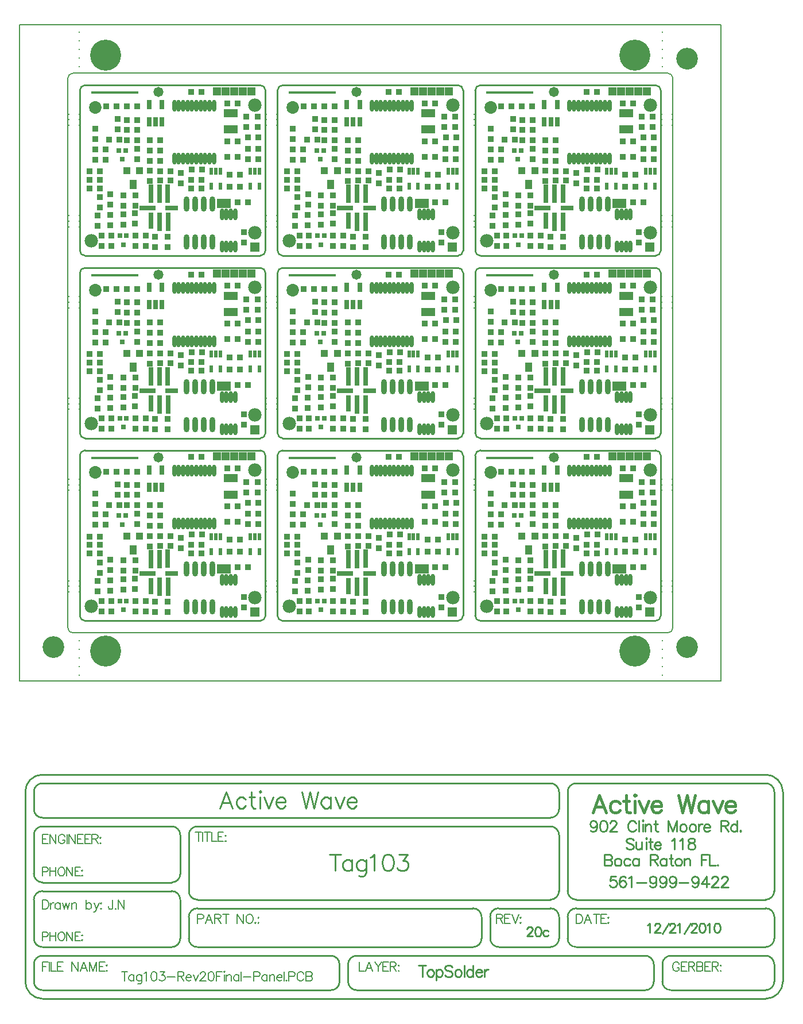
<source format=gts>
%FSLAX24Y24*%
%MOIN*%
G70*
G01*
G75*
G04 Layer_Color=8388736*
%ADD10C,0.0500*%
%ADD11C,0.0100*%
%ADD12C,0.0150*%
%ADD13R,0.0300X0.0300*%
%ADD14R,0.0740X0.0450*%
%ADD15R,0.0300X0.0300*%
%ADD16O,0.0240X0.0800*%
%ADD17R,0.0360X0.0500*%
%ADD18R,0.0360X0.0360*%
%ADD19R,0.0236X0.1000*%
%ADD20R,0.0236X0.0900*%
%ADD21R,0.0700X0.0236*%
%ADD22R,0.0900X0.0236*%
%ADD23O,0.0160X0.0600*%
%ADD24R,0.0138X0.0354*%
%ADD25R,0.0138X0.0354*%
%ADD26R,0.0236X0.0236*%
%ADD27O,0.0160X0.0600*%
%ADD28R,0.0200X0.0500*%
%ADD29R,0.0748X0.0433*%
%ADD30C,0.0120*%
%ADD31C,0.0080*%
%ADD32C,0.0250*%
%ADD33C,0.0200*%
%ADD34C,0.0120*%
%ADD35C,0.0160*%
%ADD36C,0.0140*%
%ADD37C,0.0260*%
%ADD38C,0.0060*%
%ADD39C,0.0050*%
%ADD40C,0.0090*%
%ADD41C,0.1180*%
%ADD42C,0.0700*%
%ADD43R,0.0500X0.0500*%
%ADD44R,0.0394X0.0433*%
%ADD45C,0.0650*%
%ADD46C,0.0200*%
%ADD47R,0.1398X0.1398*%
%ADD48R,0.2000X0.1000*%
%ADD49R,0.1600X0.1800*%
%ADD50C,0.0300*%
%ADD51R,0.0650X0.0650*%
%ADD52C,0.0098*%
%ADD53R,0.2730X0.0180*%
%ADD54C,0.1800*%
%ADD55R,0.0380X0.0380*%
%ADD56R,0.0820X0.0530*%
%ADD57R,0.0380X0.0380*%
%ADD58O,0.0320X0.0880*%
%ADD59R,0.0440X0.0580*%
%ADD60R,0.0440X0.0440*%
%ADD61R,0.0316X0.1080*%
%ADD62R,0.0316X0.0980*%
%ADD63R,0.0780X0.0316*%
%ADD64R,0.0980X0.0316*%
%ADD65O,0.0240X0.0680*%
%ADD66R,0.0218X0.0434*%
%ADD67R,0.0218X0.0434*%
%ADD68R,0.0316X0.0316*%
%ADD69O,0.0240X0.0680*%
%ADD70R,0.0280X0.0580*%
%ADD71R,0.0828X0.0513*%
%ADD72C,0.0580*%
%ADD73C,0.0080*%
%ADD74C,0.1260*%
%ADD75C,0.0780*%
%ADD76R,0.0580X0.0580*%
%ADD77R,0.0474X0.0513*%
%ADD78C,0.0730*%
D11*
X19213Y-20860D02*
Y-21500D01*
X19000Y-20860D02*
X19427D01*
X19655Y-21073D02*
X19594Y-21104D01*
X19533Y-21165D01*
X19503Y-21256D01*
Y-21317D01*
X19533Y-21409D01*
X19594Y-21470D01*
X19655Y-21500D01*
X19747D01*
X19807Y-21470D01*
X19868Y-21409D01*
X19899Y-21317D01*
Y-21256D01*
X19868Y-21165D01*
X19807Y-21104D01*
X19747Y-21073D01*
X19655D01*
X20039D02*
Y-21713D01*
Y-21165D02*
X20100Y-21104D01*
X20161Y-21073D01*
X20252D01*
X20313Y-21104D01*
X20374Y-21165D01*
X20405Y-21256D01*
Y-21317D01*
X20374Y-21409D01*
X20313Y-21470D01*
X20252Y-21500D01*
X20161D01*
X20100Y-21470D01*
X20039Y-21409D01*
X20968Y-20952D02*
X20907Y-20891D01*
X20816Y-20860D01*
X20694D01*
X20603Y-20891D01*
X20542Y-20952D01*
Y-21012D01*
X20572Y-21073D01*
X20603Y-21104D01*
X20664Y-21134D01*
X20846Y-21195D01*
X20907Y-21226D01*
X20938Y-21256D01*
X20968Y-21317D01*
Y-21409D01*
X20907Y-21470D01*
X20816Y-21500D01*
X20694D01*
X20603Y-21470D01*
X20542Y-21409D01*
X21264Y-21073D02*
X21203Y-21104D01*
X21142Y-21165D01*
X21112Y-21256D01*
Y-21317D01*
X21142Y-21409D01*
X21203Y-21470D01*
X21264Y-21500D01*
X21355D01*
X21416Y-21470D01*
X21477Y-21409D01*
X21508Y-21317D01*
Y-21256D01*
X21477Y-21165D01*
X21416Y-21104D01*
X21355Y-21073D01*
X21264D01*
X21648Y-20860D02*
Y-21500D01*
X22148Y-20860D02*
Y-21500D01*
Y-21165D02*
X22087Y-21104D01*
X22026Y-21073D01*
X21934D01*
X21873Y-21104D01*
X21812Y-21165D01*
X21782Y-21256D01*
Y-21317D01*
X21812Y-21409D01*
X21873Y-21470D01*
X21934Y-21500D01*
X22026D01*
X22087Y-21470D01*
X22148Y-21409D01*
X22318Y-21256D02*
X22684D01*
Y-21195D01*
X22653Y-21134D01*
X22623Y-21104D01*
X22562Y-21073D01*
X22470D01*
X22410Y-21104D01*
X22349Y-21165D01*
X22318Y-21256D01*
Y-21317D01*
X22349Y-21409D01*
X22410Y-21470D01*
X22470Y-21500D01*
X22562D01*
X22623Y-21470D01*
X22684Y-21409D01*
X22821Y-21073D02*
Y-21500D01*
Y-21256D02*
X22851Y-21165D01*
X22912Y-21104D01*
X22973Y-21073D01*
X23065D01*
X-370Y9030D02*
G03*
X-670Y8730I0J-300D01*
G01*
X10110D02*
G03*
X9810Y9030I-300J0D01*
G01*
Y-860D02*
G03*
X10110Y-560I0J300D01*
G01*
X-670D02*
G03*
X-370Y-860I300J0D01*
G01*
X-670Y-560D02*
Y8730D01*
X-370Y9030D02*
X9810D01*
X10110Y-560D02*
Y8730D01*
X-370Y-860D02*
X9810D01*
X11110Y9030D02*
G03*
X10810Y8730I0J-300D01*
G01*
X21590D02*
G03*
X21290Y9030I-300J0D01*
G01*
Y-860D02*
G03*
X21590Y-560I0J300D01*
G01*
X10810D02*
G03*
X11110Y-860I300J0D01*
G01*
X10810Y-560D02*
Y8730D01*
X11110Y9030D02*
X21290D01*
X21590Y-560D02*
Y8730D01*
X11110Y-860D02*
X21290D01*
X22590Y9030D02*
G03*
X22290Y8730I0J-300D01*
G01*
X33070D02*
G03*
X32770Y9030I-300J0D01*
G01*
Y-860D02*
G03*
X33070Y-560I0J300D01*
G01*
X22290D02*
G03*
X22590Y-860I300J0D01*
G01*
X22290Y-560D02*
Y8730D01*
X22590Y9030D02*
X32770D01*
X33070Y-560D02*
Y8730D01*
X22590Y-860D02*
X32770D01*
X-370Y19620D02*
G03*
X-670Y19320I0J-300D01*
G01*
X10110D02*
G03*
X9810Y19620I-300J0D01*
G01*
Y9730D02*
G03*
X10110Y10030I0J300D01*
G01*
X-670D02*
G03*
X-370Y9730I300J0D01*
G01*
X-670Y10030D02*
Y19320D01*
X-370Y19620D02*
X9810D01*
X10110Y10030D02*
Y19320D01*
X-370Y9730D02*
X9810D01*
X11110Y19620D02*
G03*
X10810Y19320I0J-300D01*
G01*
X21590D02*
G03*
X21290Y19620I-300J0D01*
G01*
Y9730D02*
G03*
X21590Y10030I0J300D01*
G01*
X10810D02*
G03*
X11110Y9730I300J0D01*
G01*
X10810Y10030D02*
Y19320D01*
X11110Y19620D02*
X21290D01*
X21590Y10030D02*
Y19320D01*
X11110Y9730D02*
X21290D01*
X22590Y19620D02*
G03*
X22290Y19320I0J-300D01*
G01*
X33070D02*
G03*
X32770Y19620I-300J0D01*
G01*
Y9730D02*
G03*
X33070Y10030I0J300D01*
G01*
X22290D02*
G03*
X22590Y9730I300J0D01*
G01*
X22290Y10030D02*
Y19320D01*
X22590Y19620D02*
X32770D01*
X33070Y10030D02*
Y19320D01*
X22590Y9730D02*
X32770D01*
X-370Y30210D02*
G03*
X-670Y29910I0J-300D01*
G01*
X10110D02*
G03*
X9810Y30210I-300J0D01*
G01*
Y20320D02*
G03*
X10110Y20620I0J300D01*
G01*
X-670D02*
G03*
X-370Y20320I300J0D01*
G01*
X-670Y20620D02*
Y29910D01*
X-370Y30210D02*
X9810D01*
X10110Y20620D02*
Y29910D01*
X-370Y20320D02*
X9810D01*
X11110Y30210D02*
G03*
X10810Y29910I0J-300D01*
G01*
X21590D02*
G03*
X21290Y30210I-300J0D01*
G01*
Y20320D02*
G03*
X21590Y20620I0J300D01*
G01*
X10810D02*
G03*
X11110Y20320I300J0D01*
G01*
X10810Y20620D02*
Y29910D01*
X11110Y30210D02*
X21290D01*
X21590Y20620D02*
Y29910D01*
X11110Y20320D02*
X21290D01*
X22590Y30210D02*
G03*
X22290Y29910I0J-300D01*
G01*
X33070D02*
G03*
X32770Y30210I-300J0D01*
G01*
Y20320D02*
G03*
X33070Y20620I0J300D01*
G01*
X22290D02*
G03*
X22590Y20320I300J0D01*
G01*
X22290Y20620D02*
Y29910D01*
X22590Y30210D02*
X32770D01*
X33070Y20620D02*
Y29910D01*
X22590Y20320D02*
X32770D01*
X39659Y-18022D02*
G03*
X39169Y-17532I-490J0D01*
G01*
X28159D02*
G03*
X27659Y-18032I0J-500D01*
G01*
X39159Y-17032D02*
G03*
X39659Y-16532I0J500D01*
G01*
X27659D02*
G03*
X28159Y-17032I500J0D01*
G01*
X-2841Y-9782D02*
G03*
X-3841Y-10782I0J-1000D01*
G01*
Y-21772D02*
G03*
X-2848Y-22782I1010J0D01*
G01*
X39159Y-22782D02*
G03*
X40159Y-21782I0J1000D01*
G01*
Y-10782D02*
G03*
X39159Y-9782I-1000J0D01*
G01*
X39659Y-10772D02*
G03*
X39152Y-10282I-490J0D01*
G01*
X39159Y-19782D02*
G03*
X39659Y-19282I0J500D01*
G01*
X39659Y-20773D02*
G03*
X39159Y-20282I-500J-9D01*
G01*
Y-22282D02*
G03*
X39659Y-21782I0J500D01*
G01*
X26659Y-19782D02*
G03*
X27159Y-19282I0J500D01*
G01*
X27659Y-19292D02*
G03*
X28158Y-19782I490J0D01*
G01*
X27159Y-18022D02*
G03*
X26669Y-17532I-490J0D01*
G01*
X-3341Y-21782D02*
G03*
X-2850Y-22282I500J0D01*
G01*
X26668Y-17032D02*
G03*
X27159Y-16532I-9J500D01*
G01*
X-2841Y-20282D02*
G03*
X-3341Y-20782I0J-500D01*
G01*
X27159Y-13282D02*
G03*
X26659Y-12782I-500J0D01*
G01*
Y-12282D02*
G03*
X27159Y-11782I0J500D01*
G01*
X28159Y-10282D02*
G03*
X27659Y-10782I0J-500D01*
G01*
X27159D02*
G03*
X26659Y-10282I-500J0D01*
G01*
X-2841D02*
G03*
X-3341Y-10782I0J-500D01*
G01*
Y-11782D02*
G03*
X-2841Y-12282I500J0D01*
G01*
Y-12782D02*
G03*
X-3341Y-13282I0J-500D01*
G01*
Y-15532D02*
G03*
X-2841Y-16032I500J0D01*
G01*
Y-16532D02*
G03*
X-3341Y-17032I0J-500D01*
G01*
Y-19282D02*
G03*
X-2850Y-19782I500J0D01*
G01*
X6159Y-12782D02*
G03*
X5659Y-13282I0J-500D01*
G01*
X6159Y-17532D02*
G03*
X5659Y-18032I0J-500D01*
G01*
X23639Y-17532D02*
G03*
X23160Y-18037I0J-480D01*
G01*
X23159Y-19272D02*
G03*
X23660Y-19782I510J0D01*
G01*
X22169Y-19782D02*
G03*
X22659Y-19283I0J490D01*
G01*
X22659Y-18022D02*
G03*
X22169Y-17532I-490J0D01*
G01*
X4669Y-19782D02*
G03*
X5159Y-19292I0J490D01*
G01*
X5659D02*
G03*
X6149Y-19782I490J0D01*
G01*
X5659Y-16542D02*
G03*
X6149Y-17032I490J0D01*
G01*
X5159Y-17022D02*
G03*
X4652Y-16532I-490J0D01*
G01*
X4679Y-16032D02*
G03*
X5159Y-15552I0J480D01*
G01*
Y-13272D02*
G03*
X4669Y-12782I-490J0D01*
G01*
X33659Y-20282D02*
G03*
X33159Y-20782I0J-500D01*
G01*
Y-21792D02*
G03*
X33658Y-22282I490J0D01*
G01*
X32171Y-22282D02*
G03*
X32659Y-21785I8J480D01*
G01*
X32659Y-20782D02*
G03*
X32159Y-20282I-500J0D01*
G01*
X14909Y-21782D02*
G03*
X15400Y-22282I500J0D01*
G01*
X15409Y-20282D02*
G03*
X14909Y-20782I0J-500D01*
G01*
X13921Y-22282D02*
G03*
X14409Y-21785I8J480D01*
G01*
X14409Y-20782D02*
G03*
X13909Y-20282I-500J0D01*
G01*
X39659Y-19282D02*
Y-18022D01*
X27659Y-19282D02*
Y-18032D01*
X39659Y-16532D02*
Y-10782D01*
X27659Y-16532D02*
Y-10782D01*
X-3841Y-21782D02*
Y-10782D01*
X-3341Y-21782D02*
Y-20782D01*
X39659Y-21782D02*
Y-20782D01*
X27159Y-19282D02*
Y-18032D01*
X23159Y-19282D02*
Y-18032D01*
X5659Y-19282D02*
Y-18032D01*
X22659Y-19282D02*
Y-18032D01*
X5659Y-16532D02*
Y-13282D01*
X27159Y-16532D02*
Y-13282D01*
Y-11782D02*
Y-10782D01*
X-3341Y-11782D02*
Y-10782D01*
X5159Y-15532D02*
Y-13282D01*
X-3341Y-15532D02*
Y-13282D01*
X5159Y-19282D02*
Y-17032D01*
X-3341Y-19282D02*
Y-17032D01*
X40159Y-21782D02*
Y-10782D01*
X33159Y-21782D02*
Y-20782D01*
X32659Y-21782D02*
Y-20782D01*
X14909Y-21782D02*
Y-20782D01*
X14409Y-21782D02*
Y-20782D01*
X28159Y-17532D02*
X39159D01*
X28159Y-17032D02*
X39159D01*
X6159D02*
X26659D01*
X28159Y-10282D02*
X39159D01*
X28159Y-19782D02*
X39159D01*
X23659Y-17532D02*
X26659D01*
X23659Y-19782D02*
X26659D01*
X6159D02*
X22159D01*
X6159Y-17532D02*
X22159D01*
X6159Y-12782D02*
X26659D01*
X-2841Y-12282D02*
X26659D01*
X-2841Y-12782D02*
X4659D01*
X-2841Y-16032D02*
X4659D01*
X-2841Y-16532D02*
X4659D01*
X-2841Y-19782D02*
X4659D01*
X-2841Y-9782D02*
X39159D01*
X-2841Y-22782D02*
X39159D01*
X-2841Y-10282D02*
X26659D01*
X33659Y-20282D02*
X39159D01*
X33659Y-22282D02*
X39159D01*
X15409Y-20282D02*
X32159D01*
X-2841D02*
X13909D01*
X-2841Y-22282D02*
X13909D01*
X15409D02*
X32159D01*
X31487Y-13572D02*
X31426Y-13511D01*
X31334Y-13480D01*
X31212D01*
X31121Y-13511D01*
X31060Y-13572D01*
Y-13632D01*
X31090Y-13693D01*
X31121Y-13724D01*
X31182Y-13754D01*
X31365Y-13815D01*
X31426Y-13846D01*
X31456Y-13876D01*
X31487Y-13937D01*
Y-14029D01*
X31426Y-14090D01*
X31334Y-14120D01*
X31212D01*
X31121Y-14090D01*
X31060Y-14029D01*
X31630Y-13693D02*
Y-13998D01*
X31660Y-14090D01*
X31721Y-14120D01*
X31813D01*
X31874Y-14090D01*
X31965Y-13998D01*
Y-13693D02*
Y-14120D01*
X32193Y-13480D02*
X32224Y-13511D01*
X32254Y-13480D01*
X32224Y-13450D01*
X32193Y-13480D01*
X32224Y-13693D02*
Y-14120D01*
X32459Y-13480D02*
Y-13998D01*
X32489Y-14090D01*
X32550Y-14120D01*
X32611D01*
X32367Y-13693D02*
X32580D01*
X32702Y-13876D02*
X33068D01*
Y-13815D01*
X33037Y-13754D01*
X33007Y-13724D01*
X32946Y-13693D01*
X32855D01*
X32794Y-13724D01*
X32733Y-13785D01*
X32702Y-13876D01*
Y-13937D01*
X32733Y-14029D01*
X32794Y-14090D01*
X32855Y-14120D01*
X32946D01*
X33007Y-14090D01*
X33068Y-14029D01*
X33708Y-13602D02*
X33769Y-13572D01*
X33860Y-13480D01*
Y-14120D01*
X34177Y-13602D02*
X34238Y-13572D01*
X34329Y-13480D01*
Y-14120D01*
X34799Y-13480D02*
X34707Y-13511D01*
X34677Y-13572D01*
Y-13632D01*
X34707Y-13693D01*
X34768Y-13724D01*
X34890Y-13754D01*
X34981Y-13785D01*
X35042Y-13846D01*
X35073Y-13907D01*
Y-13998D01*
X35042Y-14059D01*
X35012Y-14090D01*
X34920Y-14120D01*
X34799D01*
X34707Y-14090D01*
X34677Y-14059D01*
X34646Y-13998D01*
Y-13907D01*
X34677Y-13846D01*
X34738Y-13785D01*
X34829Y-13754D01*
X34951Y-13724D01*
X35012Y-13693D01*
X35042Y-13632D01*
Y-13572D01*
X35012Y-13511D01*
X34920Y-13480D01*
X34799D01*
X30466Y-15670D02*
X30161D01*
X30130Y-15944D01*
X30161Y-15914D01*
X30252Y-15883D01*
X30344D01*
X30435Y-15914D01*
X30496Y-15975D01*
X30527Y-16066D01*
Y-16127D01*
X30496Y-16219D01*
X30435Y-16280D01*
X30344Y-16310D01*
X30252D01*
X30161Y-16280D01*
X30130Y-16249D01*
X30100Y-16188D01*
X31035Y-15762D02*
X31005Y-15701D01*
X30914Y-15670D01*
X30853D01*
X30761Y-15701D01*
X30700Y-15792D01*
X30670Y-15944D01*
Y-16097D01*
X30700Y-16219D01*
X30761Y-16280D01*
X30853Y-16310D01*
X30883D01*
X30974Y-16280D01*
X31035Y-16219D01*
X31066Y-16127D01*
Y-16097D01*
X31035Y-16005D01*
X30974Y-15944D01*
X30883Y-15914D01*
X30853D01*
X30761Y-15944D01*
X30700Y-16005D01*
X30670Y-16097D01*
X31206Y-15792D02*
X31267Y-15762D01*
X31358Y-15670D01*
Y-16310D01*
X31675Y-16036D02*
X32224D01*
X32809Y-15883D02*
X32778Y-15975D01*
X32717Y-16036D01*
X32626Y-16066D01*
X32595D01*
X32504Y-16036D01*
X32443Y-15975D01*
X32413Y-15883D01*
Y-15853D01*
X32443Y-15762D01*
X32504Y-15701D01*
X32595Y-15670D01*
X32626D01*
X32717Y-15701D01*
X32778Y-15762D01*
X32809Y-15883D01*
Y-16036D01*
X32778Y-16188D01*
X32717Y-16280D01*
X32626Y-16310D01*
X32565D01*
X32474Y-16280D01*
X32443Y-16219D01*
X33379Y-15883D02*
X33348Y-15975D01*
X33287Y-16036D01*
X33196Y-16066D01*
X33165D01*
X33074Y-16036D01*
X33013Y-15975D01*
X32982Y-15883D01*
Y-15853D01*
X33013Y-15762D01*
X33074Y-15701D01*
X33165Y-15670D01*
X33196D01*
X33287Y-15701D01*
X33348Y-15762D01*
X33379Y-15883D01*
Y-16036D01*
X33348Y-16188D01*
X33287Y-16280D01*
X33196Y-16310D01*
X33135D01*
X33043Y-16280D01*
X33013Y-16219D01*
X33948Y-15883D02*
X33918Y-15975D01*
X33857Y-16036D01*
X33765Y-16066D01*
X33735D01*
X33644Y-16036D01*
X33583Y-15975D01*
X33552Y-15883D01*
Y-15853D01*
X33583Y-15762D01*
X33644Y-15701D01*
X33735Y-15670D01*
X33765D01*
X33857Y-15701D01*
X33918Y-15762D01*
X33948Y-15883D01*
Y-16036D01*
X33918Y-16188D01*
X33857Y-16280D01*
X33765Y-16310D01*
X33705D01*
X33613Y-16280D01*
X33583Y-16219D01*
X34122Y-16036D02*
X34670D01*
X35255Y-15883D02*
X35225Y-15975D01*
X35164Y-16036D01*
X35073Y-16066D01*
X35042D01*
X34951Y-16036D01*
X34890Y-15975D01*
X34859Y-15883D01*
Y-15853D01*
X34890Y-15762D01*
X34951Y-15701D01*
X35042Y-15670D01*
X35073D01*
X35164Y-15701D01*
X35225Y-15762D01*
X35255Y-15883D01*
Y-16036D01*
X35225Y-16188D01*
X35164Y-16280D01*
X35073Y-16310D01*
X35012D01*
X34920Y-16280D01*
X34890Y-16219D01*
X35734Y-15670D02*
X35429Y-16097D01*
X35886D01*
X35734Y-15670D02*
Y-16310D01*
X36029Y-15822D02*
Y-15792D01*
X36060Y-15731D01*
X36090Y-15701D01*
X36151Y-15670D01*
X36273D01*
X36334Y-15701D01*
X36365Y-15731D01*
X36395Y-15792D01*
Y-15853D01*
X36365Y-15914D01*
X36304Y-16005D01*
X35999Y-16310D01*
X36425D01*
X36599Y-15822D02*
Y-15792D01*
X36630Y-15731D01*
X36660Y-15701D01*
X36721Y-15670D01*
X36843D01*
X36904Y-15701D01*
X36934Y-15731D01*
X36965Y-15792D01*
Y-15853D01*
X36934Y-15914D01*
X36873Y-16005D01*
X36569Y-16310D01*
X36995D01*
X29346Y-12663D02*
X29316Y-12755D01*
X29255Y-12816D01*
X29163Y-12846D01*
X29133D01*
X29041Y-12816D01*
X28980Y-12755D01*
X28950Y-12663D01*
Y-12633D01*
X28980Y-12542D01*
X29041Y-12481D01*
X29133Y-12450D01*
X29163D01*
X29255Y-12481D01*
X29316Y-12542D01*
X29346Y-12663D01*
Y-12816D01*
X29316Y-12968D01*
X29255Y-13060D01*
X29163Y-13090D01*
X29102D01*
X29011Y-13060D01*
X28980Y-12999D01*
X29703Y-12450D02*
X29611Y-12481D01*
X29550Y-12572D01*
X29520Y-12724D01*
Y-12816D01*
X29550Y-12968D01*
X29611Y-13060D01*
X29703Y-13090D01*
X29764D01*
X29855Y-13060D01*
X29916Y-12968D01*
X29946Y-12816D01*
Y-12724D01*
X29916Y-12572D01*
X29855Y-12481D01*
X29764Y-12450D01*
X29703D01*
X30120Y-12602D02*
Y-12572D01*
X30150Y-12511D01*
X30181Y-12481D01*
X30242Y-12450D01*
X30364D01*
X30425Y-12481D01*
X30455Y-12511D01*
X30486Y-12572D01*
Y-12633D01*
X30455Y-12694D01*
X30394Y-12785D01*
X30090Y-13090D01*
X30516D01*
X31619Y-12602D02*
X31589Y-12542D01*
X31528Y-12481D01*
X31467Y-12450D01*
X31345D01*
X31284Y-12481D01*
X31223Y-12542D01*
X31193Y-12602D01*
X31162Y-12694D01*
Y-12846D01*
X31193Y-12938D01*
X31223Y-12999D01*
X31284Y-13060D01*
X31345Y-13090D01*
X31467D01*
X31528Y-13060D01*
X31589Y-12999D01*
X31619Y-12938D01*
X31799Y-12450D02*
Y-13090D01*
X31994Y-12450D02*
X32024Y-12481D01*
X32055Y-12450D01*
X32024Y-12420D01*
X31994Y-12450D01*
X32024Y-12663D02*
Y-13090D01*
X32168Y-12663D02*
Y-13090D01*
Y-12785D02*
X32259Y-12694D01*
X32320Y-12663D01*
X32411D01*
X32472Y-12694D01*
X32503Y-12785D01*
Y-13090D01*
X32762Y-12450D02*
Y-12968D01*
X32792Y-13060D01*
X32853Y-13090D01*
X32914D01*
X32670Y-12663D02*
X32884D01*
X33508Y-12450D02*
Y-13090D01*
Y-12450D02*
X33752Y-13090D01*
X33996Y-12450D02*
X33752Y-13090D01*
X33996Y-12450D02*
Y-13090D01*
X34331Y-12663D02*
X34270Y-12694D01*
X34209Y-12755D01*
X34179Y-12846D01*
Y-12907D01*
X34209Y-12999D01*
X34270Y-13060D01*
X34331Y-13090D01*
X34422D01*
X34483Y-13060D01*
X34544Y-12999D01*
X34575Y-12907D01*
Y-12846D01*
X34544Y-12755D01*
X34483Y-12694D01*
X34422Y-12663D01*
X34331D01*
X34867D02*
X34806Y-12694D01*
X34745Y-12755D01*
X34715Y-12846D01*
Y-12907D01*
X34745Y-12999D01*
X34806Y-13060D01*
X34867Y-13090D01*
X34959D01*
X35020Y-13060D01*
X35080Y-12999D01*
X35111Y-12907D01*
Y-12846D01*
X35080Y-12755D01*
X35020Y-12694D01*
X34959Y-12663D01*
X34867D01*
X35251D02*
Y-13090D01*
Y-12846D02*
X35282Y-12755D01*
X35343Y-12694D01*
X35403Y-12663D01*
X35495D01*
X35553Y-12846D02*
X35918D01*
Y-12785D01*
X35888Y-12724D01*
X35857Y-12694D01*
X35797Y-12663D01*
X35705D01*
X35644Y-12694D01*
X35583Y-12755D01*
X35553Y-12846D01*
Y-12907D01*
X35583Y-12999D01*
X35644Y-13060D01*
X35705Y-13090D01*
X35797D01*
X35857Y-13060D01*
X35918Y-12999D01*
X36558Y-12450D02*
Y-13090D01*
Y-12450D02*
X36832D01*
X36924Y-12481D01*
X36954Y-12511D01*
X36985Y-12572D01*
Y-12633D01*
X36954Y-12694D01*
X36924Y-12724D01*
X36832Y-12755D01*
X36558D01*
X36772D02*
X36985Y-13090D01*
X37494Y-12450D02*
Y-13090D01*
Y-12755D02*
X37433Y-12694D01*
X37372Y-12663D01*
X37280D01*
X37219Y-12694D01*
X37159Y-12755D01*
X37128Y-12846D01*
Y-12907D01*
X37159Y-12999D01*
X37219Y-13060D01*
X37280Y-13090D01*
X37372D01*
X37433Y-13060D01*
X37494Y-12999D01*
X37695Y-13029D02*
X37664Y-13060D01*
X37695Y-13090D01*
X37725Y-13060D01*
X37695Y-13029D01*
X29810Y-14420D02*
Y-15060D01*
Y-14420D02*
X30084D01*
X30176Y-14451D01*
X30206Y-14481D01*
X30237Y-14542D01*
Y-14603D01*
X30206Y-14664D01*
X30176Y-14694D01*
X30084Y-14725D01*
X29810D02*
X30084D01*
X30176Y-14755D01*
X30206Y-14786D01*
X30237Y-14847D01*
Y-14938D01*
X30206Y-14999D01*
X30176Y-15030D01*
X30084Y-15060D01*
X29810D01*
X30532Y-14633D02*
X30471Y-14664D01*
X30410Y-14725D01*
X30380Y-14816D01*
Y-14877D01*
X30410Y-14969D01*
X30471Y-15030D01*
X30532Y-15060D01*
X30624D01*
X30684Y-15030D01*
X30745Y-14969D01*
X30776Y-14877D01*
Y-14816D01*
X30745Y-14725D01*
X30684Y-14664D01*
X30624Y-14633D01*
X30532D01*
X31282Y-14725D02*
X31221Y-14664D01*
X31160Y-14633D01*
X31068D01*
X31007Y-14664D01*
X30947Y-14725D01*
X30916Y-14816D01*
Y-14877D01*
X30947Y-14969D01*
X31007Y-15030D01*
X31068Y-15060D01*
X31160D01*
X31221Y-15030D01*
X31282Y-14969D01*
X31784Y-14633D02*
Y-15060D01*
Y-14725D02*
X31723Y-14664D01*
X31663Y-14633D01*
X31571D01*
X31510Y-14664D01*
X31449Y-14725D01*
X31419Y-14816D01*
Y-14877D01*
X31449Y-14969D01*
X31510Y-15030D01*
X31571Y-15060D01*
X31663D01*
X31723Y-15030D01*
X31784Y-14969D01*
X32458Y-14420D02*
Y-15060D01*
Y-14420D02*
X32732D01*
X32823Y-14451D01*
X32854Y-14481D01*
X32884Y-14542D01*
Y-14603D01*
X32854Y-14664D01*
X32823Y-14694D01*
X32732Y-14725D01*
X32458D01*
X32671D02*
X32884Y-15060D01*
X33393Y-14633D02*
Y-15060D01*
Y-14725D02*
X33332Y-14664D01*
X33271Y-14633D01*
X33180D01*
X33119Y-14664D01*
X33058Y-14725D01*
X33028Y-14816D01*
Y-14877D01*
X33058Y-14969D01*
X33119Y-15030D01*
X33180Y-15060D01*
X33271D01*
X33332Y-15030D01*
X33393Y-14969D01*
X33655Y-14420D02*
Y-14938D01*
X33686Y-15030D01*
X33747Y-15060D01*
X33808D01*
X33564Y-14633D02*
X33777D01*
X34051D02*
X33990Y-14664D01*
X33930Y-14725D01*
X33899Y-14816D01*
Y-14877D01*
X33930Y-14969D01*
X33990Y-15030D01*
X34051Y-15060D01*
X34143D01*
X34204Y-15030D01*
X34265Y-14969D01*
X34295Y-14877D01*
Y-14816D01*
X34265Y-14725D01*
X34204Y-14664D01*
X34143Y-14633D01*
X34051D01*
X34435D02*
Y-15060D01*
Y-14755D02*
X34527Y-14664D01*
X34588Y-14633D01*
X34679D01*
X34740Y-14664D01*
X34770Y-14755D01*
Y-15060D01*
X35441Y-14420D02*
Y-15060D01*
Y-14420D02*
X35837D01*
X35441Y-14725D02*
X35685D01*
X35910Y-14420D02*
Y-15060D01*
X36276D01*
X36376Y-14999D02*
X36346Y-15030D01*
X36376Y-15060D01*
X36407Y-15030D01*
X36376Y-14999D01*
D12*
X29892Y-11980D02*
X29511Y-10980D01*
X29130Y-11980D01*
X29273Y-11647D02*
X29749D01*
X30696Y-11456D02*
X30601Y-11361D01*
X30506Y-11313D01*
X30363D01*
X30268Y-11361D01*
X30173Y-11456D01*
X30125Y-11599D01*
Y-11694D01*
X30173Y-11837D01*
X30268Y-11932D01*
X30363Y-11980D01*
X30506D01*
X30601Y-11932D01*
X30696Y-11837D01*
X31053Y-10980D02*
Y-11790D01*
X31101Y-11932D01*
X31196Y-11980D01*
X31291D01*
X30911Y-11313D02*
X31244D01*
X31529Y-10980D02*
X31577Y-11028D01*
X31625Y-10980D01*
X31577Y-10933D01*
X31529Y-10980D01*
X31577Y-11313D02*
Y-11980D01*
X31801Y-11313D02*
X32087Y-11980D01*
X32372Y-11313D02*
X32087Y-11980D01*
X32534Y-11599D02*
X33105D01*
Y-11504D01*
X33058Y-11409D01*
X33010Y-11361D01*
X32915Y-11313D01*
X32772D01*
X32677Y-11361D01*
X32582Y-11456D01*
X32534Y-11599D01*
Y-11694D01*
X32582Y-11837D01*
X32677Y-11932D01*
X32772Y-11980D01*
X32915D01*
X33010Y-11932D01*
X33105Y-11837D01*
X34105Y-10980D02*
X34343Y-11980D01*
X34581Y-10980D02*
X34343Y-11980D01*
X34581Y-10980D02*
X34819Y-11980D01*
X35057Y-10980D02*
X34819Y-11980D01*
X35829Y-11313D02*
Y-11980D01*
Y-11456D02*
X35733Y-11361D01*
X35638Y-11313D01*
X35495D01*
X35400Y-11361D01*
X35305Y-11456D01*
X35257Y-11599D01*
Y-11694D01*
X35305Y-11837D01*
X35400Y-11932D01*
X35495Y-11980D01*
X35638D01*
X35733Y-11932D01*
X35829Y-11837D01*
X36095Y-11313D02*
X36381Y-11980D01*
X36666Y-11313D02*
X36381Y-11980D01*
X36828Y-11599D02*
X37400D01*
Y-11504D01*
X37352Y-11409D01*
X37304Y-11361D01*
X37209Y-11313D01*
X37066D01*
X36971Y-11361D01*
X36876Y-11456D01*
X36828Y-11599D01*
Y-11694D01*
X36876Y-11837D01*
X36971Y-11932D01*
X37066Y-11980D01*
X37209D01*
X37304Y-11932D01*
X37400Y-11837D01*
D31*
X1243Y-17059D02*
Y-17465D01*
X1217Y-17542D01*
X1192Y-17567D01*
X1141Y-17592D01*
X1090D01*
X1040Y-17567D01*
X1014Y-17542D01*
X989Y-17465D01*
Y-17415D01*
X1405Y-17542D02*
X1380Y-17567D01*
X1405Y-17592D01*
X1431Y-17567D01*
X1405Y-17542D01*
X1547Y-17059D02*
Y-17592D01*
Y-17059D02*
X1903Y-17592D01*
Y-17059D02*
Y-17592D01*
D39*
X-1610Y-2390D02*
G03*
X-1610Y-2390I-590J0D01*
G01*
X35190D02*
G03*
X35190Y-2390I-590J0D01*
G01*
Y31740D02*
G03*
X35190Y31740I-590J0D01*
G01*
X1080Y31960D02*
G03*
X1080Y31960I-250J0D01*
G01*
X31820D02*
G03*
X31820Y31960I-250J0D01*
G01*
X1080Y-2610D02*
G03*
X1080Y-2610I-250J0D01*
G01*
X31820D02*
G03*
X31820Y-2610I-250J0D01*
G01*
X97Y0D02*
G03*
X97Y0I-97J0D01*
G01*
X-1070Y30910D02*
G03*
X-1370Y30610I0J-300D01*
G01*
X-370Y30210D02*
G03*
X-670Y29910I0J-300D01*
G01*
X10110D02*
G03*
X9810Y30210I-300J0D01*
G01*
X11110D02*
G03*
X10810Y29910I0J-300D01*
G01*
X9810Y20320D02*
G03*
X10110Y20620I0J300D01*
G01*
X10810D02*
G03*
X11110Y20320I300J0D01*
G01*
Y19620D02*
G03*
X10810Y19320I0J-300D01*
G01*
X10110D02*
G03*
X9810Y19620I-300J0D01*
G01*
X22290Y20620D02*
G03*
X22590Y20320I300J0D01*
G01*
X21290D02*
G03*
X21590Y20620I0J300D01*
G01*
Y19320D02*
G03*
X21290Y19620I-300J0D01*
G01*
X22590D02*
G03*
X22290Y19320I0J-300D01*
G01*
X32770Y20320D02*
G03*
X33070Y20620I0J300D01*
G01*
Y19320D02*
G03*
X32770Y19620I-300J0D01*
G01*
X33770Y30610D02*
G03*
X33470Y30910I-300J0D01*
G01*
X33070Y29910D02*
G03*
X32770Y30210I-300J0D01*
G01*
X21590Y29910D02*
G03*
X21290Y30210I-300J0D01*
G01*
X22590D02*
G03*
X22290Y29910I0J-300D01*
G01*
X-670Y20620D02*
G03*
X-370Y20320I300J0D01*
G01*
Y19620D02*
G03*
X-670Y19320I0J-300D01*
G01*
Y10030D02*
G03*
X-370Y9730I300J0D01*
G01*
Y9030D02*
G03*
X-670Y8730I0J-300D01*
G01*
Y-560D02*
G03*
X-370Y-860I300J0D01*
G01*
X-1370Y-1260D02*
G03*
X-1070Y-1560I300J0D01*
G01*
X9810Y-860D02*
G03*
X10110Y-560I0J300D01*
G01*
X10810D02*
G03*
X11110Y-860I300J0D01*
G01*
X21290D02*
G03*
X21590Y-560I0J300D01*
G01*
X22290D02*
G03*
X22590Y-860I300J0D01*
G01*
X32770D02*
G03*
X33070Y-560I0J300D01*
G01*
X33470Y-1560D02*
G03*
X33770Y-1260I0J300D01*
G01*
X32770Y9730D02*
G03*
X33070Y10030I0J300D01*
G01*
Y8730D02*
G03*
X32770Y9030I-300J0D01*
G01*
X21290Y9730D02*
G03*
X21590Y10030I0J300D01*
G01*
X22290D02*
G03*
X22590Y9730I300J0D01*
G01*
Y9030D02*
G03*
X22290Y8730I0J-300D01*
G01*
X21590D02*
G03*
X21290Y9030I-300J0D01*
G01*
X10810Y10030D02*
G03*
X11110Y9730I300J0D01*
G01*
X9810D02*
G03*
X10110Y10030I0J300D01*
G01*
Y8730D02*
G03*
X9810Y9030I-300J0D01*
G01*
X11110D02*
G03*
X10810Y8730I0J-300D01*
G01*
X-4170Y-4360D02*
X36570D01*
Y33710D01*
X-4170D02*
X36570D01*
X-4170Y-4360D02*
Y33710D01*
X-670Y20620D02*
Y29910D01*
X-370Y-860D02*
X9810D01*
X22590Y30210D02*
X32770D01*
X33070Y-560D02*
Y8730D01*
X-1070Y30910D02*
X33470D01*
X-1070Y-1560D02*
X33470D01*
X-1370Y-1260D02*
Y30610D01*
X33770Y-1260D02*
Y30610D01*
X-370Y30210D02*
X9810D01*
X11110Y20320D02*
X21290D01*
X-370D02*
X9810D01*
X-670Y10030D02*
Y19320D01*
X-370Y19620D02*
X9810D01*
X10110Y20620D02*
Y29910D01*
X10810Y20620D02*
Y29910D01*
X21590Y20620D02*
Y29910D01*
X22290Y20620D02*
Y29910D01*
X11110Y30210D02*
X21290D01*
X10810Y10030D02*
Y19320D01*
X11110Y19620D02*
X21290D01*
X10110Y10030D02*
Y19320D01*
X21590Y10030D02*
Y19320D01*
X22590Y20320D02*
X32770D01*
X22590Y19620D02*
X32770D01*
X22290Y10030D02*
Y19320D01*
X33070Y20620D02*
Y29910D01*
Y10030D02*
Y19320D01*
X22290Y-560D02*
Y8730D01*
X22590Y9730D02*
X32770D01*
X21590Y-560D02*
Y8730D01*
X22590Y9030D02*
X32770D01*
X11110Y9730D02*
X21290D01*
X10110Y-560D02*
Y8730D01*
X11110Y9030D02*
X21290D01*
X10810Y-560D02*
Y8730D01*
X11110Y-860D02*
X21290D01*
X22590D02*
X32770D01*
X-370Y9730D02*
X9810D01*
X-670Y-560D02*
Y8730D01*
X-370Y9030D02*
X9810D01*
X1928Y-21217D02*
Y-21750D01*
X1750Y-21217D02*
X2105D01*
X2474Y-21395D02*
Y-21750D01*
Y-21471D02*
X2423Y-21420D01*
X2372Y-21395D01*
X2296D01*
X2245Y-21420D01*
X2194Y-21471D01*
X2169Y-21547D01*
Y-21598D01*
X2194Y-21674D01*
X2245Y-21725D01*
X2296Y-21750D01*
X2372D01*
X2423Y-21725D01*
X2474Y-21674D01*
X2921Y-21395D02*
Y-21801D01*
X2895Y-21877D01*
X2870Y-21902D01*
X2819Y-21928D01*
X2743D01*
X2692Y-21902D01*
X2921Y-21471D02*
X2870Y-21420D01*
X2819Y-21395D01*
X2743D01*
X2692Y-21420D01*
X2641Y-21471D01*
X2616Y-21547D01*
Y-21598D01*
X2641Y-21674D01*
X2692Y-21725D01*
X2743Y-21750D01*
X2819D01*
X2870Y-21725D01*
X2921Y-21674D01*
X3063Y-21318D02*
X3114Y-21293D01*
X3190Y-21217D01*
Y-21750D01*
X3606Y-21217D02*
X3530Y-21242D01*
X3479Y-21318D01*
X3454Y-21445D01*
Y-21521D01*
X3479Y-21648D01*
X3530Y-21725D01*
X3606Y-21750D01*
X3657D01*
X3733Y-21725D01*
X3784Y-21648D01*
X3809Y-21521D01*
Y-21445D01*
X3784Y-21318D01*
X3733Y-21242D01*
X3657Y-21217D01*
X3606D01*
X3979D02*
X4259D01*
X4106Y-21420D01*
X4183D01*
X4233Y-21445D01*
X4259Y-21471D01*
X4284Y-21547D01*
Y-21598D01*
X4259Y-21674D01*
X4208Y-21725D01*
X4132Y-21750D01*
X4056D01*
X3979Y-21725D01*
X3954Y-21699D01*
X3929Y-21648D01*
X4403Y-21521D02*
X4860D01*
X5018Y-21217D02*
Y-21750D01*
Y-21217D02*
X5246D01*
X5323Y-21242D01*
X5348Y-21268D01*
X5373Y-21318D01*
Y-21369D01*
X5348Y-21420D01*
X5323Y-21445D01*
X5246Y-21471D01*
X5018D01*
X5196D02*
X5373Y-21750D01*
X5493Y-21547D02*
X5797D01*
Y-21496D01*
X5772Y-21445D01*
X5747Y-21420D01*
X5696Y-21395D01*
X5620D01*
X5569Y-21420D01*
X5518Y-21471D01*
X5493Y-21547D01*
Y-21598D01*
X5518Y-21674D01*
X5569Y-21725D01*
X5620Y-21750D01*
X5696D01*
X5747Y-21725D01*
X5797Y-21674D01*
X5912Y-21395D02*
X6064Y-21750D01*
X6216Y-21395D02*
X6064Y-21750D01*
X6328Y-21344D02*
Y-21318D01*
X6353Y-21268D01*
X6379Y-21242D01*
X6430Y-21217D01*
X6531D01*
X6582Y-21242D01*
X6607Y-21268D01*
X6633Y-21318D01*
Y-21369D01*
X6607Y-21420D01*
X6557Y-21496D01*
X6303Y-21750D01*
X6658D01*
X6930Y-21217D02*
X6854Y-21242D01*
X6803Y-21318D01*
X6778Y-21445D01*
Y-21521D01*
X6803Y-21648D01*
X6854Y-21725D01*
X6930Y-21750D01*
X6981D01*
X7057Y-21725D01*
X7108Y-21648D01*
X7133Y-21521D01*
Y-21445D01*
X7108Y-21318D01*
X7057Y-21242D01*
X6981Y-21217D01*
X6930D01*
X7252D02*
Y-21750D01*
Y-21217D02*
X7582D01*
X7252Y-21471D02*
X7455D01*
X7694Y-21217D02*
X7720Y-21242D01*
X7745Y-21217D01*
X7720Y-21191D01*
X7694Y-21217D01*
X7720Y-21395D02*
Y-21750D01*
X7839Y-21395D02*
Y-21750D01*
Y-21496D02*
X7915Y-21420D01*
X7966Y-21395D01*
X8042D01*
X8093Y-21420D01*
X8118Y-21496D01*
Y-21750D01*
X8563Y-21395D02*
Y-21750D01*
Y-21471D02*
X8512Y-21420D01*
X8461Y-21395D01*
X8385D01*
X8334Y-21420D01*
X8283Y-21471D01*
X8258Y-21547D01*
Y-21598D01*
X8283Y-21674D01*
X8334Y-21725D01*
X8385Y-21750D01*
X8461D01*
X8512Y-21725D01*
X8563Y-21674D01*
X8705Y-21217D02*
Y-21750D01*
X8816Y-21521D02*
X9274D01*
X9431Y-21496D02*
X9659D01*
X9736Y-21471D01*
X9761Y-21445D01*
X9786Y-21395D01*
Y-21318D01*
X9761Y-21268D01*
X9736Y-21242D01*
X9659Y-21217D01*
X9431D01*
Y-21750D01*
X10210Y-21395D02*
Y-21750D01*
Y-21471D02*
X10160Y-21420D01*
X10109Y-21395D01*
X10033D01*
X9982Y-21420D01*
X9931Y-21471D01*
X9906Y-21547D01*
Y-21598D01*
X9931Y-21674D01*
X9982Y-21725D01*
X10033Y-21750D01*
X10109D01*
X10160Y-21725D01*
X10210Y-21674D01*
X10353Y-21395D02*
Y-21750D01*
Y-21496D02*
X10429Y-21420D01*
X10480Y-21395D01*
X10556D01*
X10607Y-21420D01*
X10632Y-21496D01*
Y-21750D01*
X10772Y-21547D02*
X11076D01*
Y-21496D01*
X11051Y-21445D01*
X11026Y-21420D01*
X10975Y-21395D01*
X10899D01*
X10848Y-21420D01*
X10797Y-21471D01*
X10772Y-21547D01*
Y-21598D01*
X10797Y-21674D01*
X10848Y-21725D01*
X10899Y-21750D01*
X10975D01*
X11026Y-21725D01*
X11076Y-21674D01*
X11191Y-21217D02*
Y-21750D01*
X11328Y-21699D02*
X11302Y-21725D01*
X11328Y-21750D01*
X11353Y-21725D01*
X11328Y-21699D01*
X11470Y-21496D02*
X11698D01*
X11775Y-21471D01*
X11800Y-21445D01*
X11825Y-21395D01*
Y-21318D01*
X11800Y-21268D01*
X11775Y-21242D01*
X11698Y-21217D01*
X11470D01*
Y-21750D01*
X12326Y-21344D02*
X12300Y-21293D01*
X12249Y-21242D01*
X12199Y-21217D01*
X12097D01*
X12046Y-21242D01*
X11995Y-21293D01*
X11970Y-21344D01*
X11945Y-21420D01*
Y-21547D01*
X11970Y-21623D01*
X11995Y-21674D01*
X12046Y-21725D01*
X12097Y-21750D01*
X12199D01*
X12249Y-21725D01*
X12300Y-21674D01*
X12326Y-21623D01*
X12475Y-21217D02*
Y-21750D01*
Y-21217D02*
X12704D01*
X12780Y-21242D01*
X12805Y-21268D01*
X12831Y-21318D01*
Y-21369D01*
X12805Y-21420D01*
X12780Y-21445D01*
X12704Y-21471D01*
X12475D02*
X12704D01*
X12780Y-21496D01*
X12805Y-21521D01*
X12831Y-21572D01*
Y-21648D01*
X12805Y-21699D01*
X12780Y-21725D01*
X12704Y-21750D01*
X12475D01*
X28159Y-17874D02*
Y-18407D01*
Y-17874D02*
X28337D01*
X28413Y-17899D01*
X28464Y-17950D01*
X28489Y-18001D01*
X28515Y-18077D01*
Y-18204D01*
X28489Y-18280D01*
X28464Y-18331D01*
X28413Y-18381D01*
X28337Y-18407D01*
X28159D01*
X29040D02*
X28837Y-17874D01*
X28634Y-18407D01*
X28710Y-18229D02*
X28964D01*
X29342Y-17874D02*
Y-18407D01*
X29165Y-17874D02*
X29520D01*
X29914D02*
X29584D01*
Y-18407D01*
X29914D01*
X29584Y-18127D02*
X29787D01*
X30028Y-18051D02*
X30003Y-18077D01*
X30028Y-18102D01*
X30053Y-18077D01*
X30028Y-18051D01*
Y-18356D02*
X30003Y-18381D01*
X30028Y-18407D01*
X30053Y-18381D01*
X30028Y-18356D01*
X23534Y-17874D02*
Y-18407D01*
Y-17874D02*
X23763D01*
X23839Y-17899D01*
X23864Y-17924D01*
X23890Y-17975D01*
Y-18026D01*
X23864Y-18077D01*
X23839Y-18102D01*
X23763Y-18127D01*
X23534D01*
X23712D02*
X23890Y-18407D01*
X24339Y-17874D02*
X24009D01*
Y-18407D01*
X24339D01*
X24009Y-18127D02*
X24212D01*
X24428Y-17874D02*
X24631Y-18407D01*
X24834Y-17874D02*
X24631Y-18407D01*
X24928Y-18051D02*
X24903Y-18077D01*
X24928Y-18102D01*
X24954Y-18077D01*
X24928Y-18051D01*
Y-18356D02*
X24903Y-18381D01*
X24928Y-18407D01*
X24954Y-18381D01*
X24928Y-18356D01*
X-2841Y-15419D02*
X-2627D01*
X-2555Y-15395D01*
X-2531Y-15371D01*
X-2508Y-15324D01*
Y-15252D01*
X-2531Y-15204D01*
X-2555Y-15181D01*
X-2627Y-15157D01*
X-2841D01*
Y-15657D01*
X-2396Y-15157D02*
Y-15657D01*
X-2062Y-15157D02*
Y-15657D01*
X-2396Y-15395D02*
X-2062D01*
X-1781Y-15157D02*
X-1829Y-15181D01*
X-1877Y-15228D01*
X-1901Y-15276D01*
X-1924Y-15347D01*
Y-15466D01*
X-1901Y-15538D01*
X-1877Y-15585D01*
X-1829Y-15633D01*
X-1781Y-15657D01*
X-1686D01*
X-1639Y-15633D01*
X-1591Y-15585D01*
X-1567Y-15538D01*
X-1543Y-15466D01*
Y-15347D01*
X-1567Y-15276D01*
X-1591Y-15228D01*
X-1639Y-15181D01*
X-1686Y-15157D01*
X-1781D01*
X-1427D02*
Y-15657D01*
Y-15157D02*
X-1094Y-15657D01*
Y-15157D02*
Y-15657D01*
X-646Y-15157D02*
X-955D01*
Y-15657D01*
X-646D01*
X-955Y-15395D02*
X-765D01*
X-539Y-15324D02*
X-563Y-15347D01*
X-539Y-15371D01*
X-515Y-15347D01*
X-539Y-15324D01*
Y-15609D02*
X-563Y-15633D01*
X-539Y-15657D01*
X-515Y-15633D01*
X-539Y-15609D01*
X-2841Y-19169D02*
X-2627D01*
X-2555Y-19145D01*
X-2531Y-19121D01*
X-2508Y-19074D01*
Y-19002D01*
X-2531Y-18954D01*
X-2555Y-18931D01*
X-2627Y-18907D01*
X-2841D01*
Y-19407D01*
X-2396Y-18907D02*
Y-19407D01*
X-2062Y-18907D02*
Y-19407D01*
X-2396Y-19145D02*
X-2062D01*
X-1781Y-18907D02*
X-1829Y-18931D01*
X-1877Y-18978D01*
X-1901Y-19026D01*
X-1924Y-19097D01*
Y-19216D01*
X-1901Y-19288D01*
X-1877Y-19335D01*
X-1829Y-19383D01*
X-1781Y-19407D01*
X-1686D01*
X-1639Y-19383D01*
X-1591Y-19335D01*
X-1567Y-19288D01*
X-1543Y-19216D01*
Y-19097D01*
X-1567Y-19026D01*
X-1591Y-18978D01*
X-1639Y-18931D01*
X-1686Y-18907D01*
X-1781D01*
X-1427D02*
Y-19407D01*
Y-18907D02*
X-1094Y-19407D01*
Y-18907D02*
Y-19407D01*
X-646Y-18907D02*
X-955D01*
Y-19407D01*
X-646D01*
X-955Y-19145D02*
X-765D01*
X-539Y-19074D02*
X-563Y-19097D01*
X-539Y-19121D01*
X-515Y-19097D01*
X-539Y-19074D01*
Y-19359D02*
X-563Y-19383D01*
X-539Y-19407D01*
X-515Y-19383D01*
X-539Y-19359D01*
X15559Y-20649D02*
Y-21182D01*
X15864D01*
X16329D02*
X16125Y-20649D01*
X15922Y-21182D01*
X15998Y-21004D02*
X16252D01*
X16453Y-20649D02*
X16656Y-20902D01*
Y-21182D01*
X16859Y-20649D02*
X16656Y-20902D01*
X17258Y-20649D02*
X16928D01*
Y-21182D01*
X17258D01*
X16928Y-20902D02*
X17131D01*
X17347Y-20649D02*
Y-21182D01*
Y-20649D02*
X17575D01*
X17651Y-20674D01*
X17677Y-20699D01*
X17702Y-20750D01*
Y-20801D01*
X17677Y-20852D01*
X17651Y-20877D01*
X17575Y-20902D01*
X17347D01*
X17524D02*
X17702Y-21182D01*
X17847Y-20826D02*
X17822Y-20852D01*
X17847Y-20877D01*
X17872Y-20852D01*
X17847Y-20826D01*
Y-21131D02*
X17822Y-21156D01*
X17847Y-21182D01*
X17872Y-21156D01*
X17847Y-21131D01*
X-2511Y-13249D02*
X-2841D01*
Y-13782D01*
X-2511D01*
X-2841Y-13502D02*
X-2638D01*
X-2422Y-13249D02*
Y-13782D01*
Y-13249D02*
X-2066Y-13782D01*
Y-13249D02*
Y-13782D01*
X-1538Y-13376D02*
X-1564Y-13325D01*
X-1614Y-13274D01*
X-1665Y-13249D01*
X-1767D01*
X-1818Y-13274D01*
X-1868Y-13325D01*
X-1894Y-13376D01*
X-1919Y-13452D01*
Y-13579D01*
X-1894Y-13655D01*
X-1868Y-13706D01*
X-1818Y-13756D01*
X-1767Y-13782D01*
X-1665D01*
X-1614Y-13756D01*
X-1564Y-13706D01*
X-1538Y-13655D01*
Y-13579D01*
X-1665D02*
X-1538D01*
X-1416Y-13249D02*
Y-13782D01*
X-1305Y-13249D02*
Y-13782D01*
Y-13249D02*
X-949Y-13782D01*
Y-13249D02*
Y-13782D01*
X-472Y-13249D02*
X-802D01*
Y-13782D01*
X-472D01*
X-802Y-13502D02*
X-599D01*
X-53Y-13249D02*
X-383D01*
Y-13782D01*
X-53D01*
X-383Y-13502D02*
X-180D01*
X36Y-13249D02*
Y-13782D01*
Y-13249D02*
X265D01*
X341Y-13274D01*
X366Y-13299D01*
X392Y-13350D01*
Y-13401D01*
X366Y-13452D01*
X341Y-13477D01*
X265Y-13502D01*
X36D01*
X214D02*
X392Y-13782D01*
X536Y-13426D02*
X511Y-13452D01*
X536Y-13477D01*
X562Y-13452D01*
X536Y-13426D01*
Y-13731D02*
X511Y-13756D01*
X536Y-13782D01*
X562Y-13756D01*
X536Y-13731D01*
X6159Y-18153D02*
X6388D01*
X6464Y-18127D01*
X6489Y-18102D01*
X6515Y-18051D01*
Y-17975D01*
X6489Y-17924D01*
X6464Y-17899D01*
X6388Y-17874D01*
X6159D01*
Y-18407D01*
X7040D02*
X6837Y-17874D01*
X6634Y-18407D01*
X6710Y-18229D02*
X6964D01*
X7165Y-17874D02*
Y-18407D01*
Y-17874D02*
X7393D01*
X7469Y-17899D01*
X7495Y-17924D01*
X7520Y-17975D01*
Y-18026D01*
X7495Y-18077D01*
X7469Y-18102D01*
X7393Y-18127D01*
X7165D01*
X7342D02*
X7520Y-18407D01*
X7817Y-17874D02*
Y-18407D01*
X7640Y-17874D02*
X7995D01*
X8477D02*
Y-18407D01*
Y-17874D02*
X8833Y-18407D01*
Y-17874D02*
Y-18407D01*
X9133Y-17874D02*
X9082Y-17899D01*
X9031Y-17950D01*
X9006Y-18001D01*
X8980Y-18077D01*
Y-18204D01*
X9006Y-18280D01*
X9031Y-18331D01*
X9082Y-18381D01*
X9133Y-18407D01*
X9234D01*
X9285Y-18381D01*
X9336Y-18331D01*
X9361Y-18280D01*
X9386Y-18204D01*
Y-18077D01*
X9361Y-18001D01*
X9336Y-17950D01*
X9285Y-17899D01*
X9234Y-17874D01*
X9133D01*
X9536Y-18356D02*
X9511Y-18381D01*
X9536Y-18407D01*
X9562Y-18381D01*
X9536Y-18356D01*
X9704Y-18051D02*
X9678Y-18077D01*
X9704Y-18102D01*
X9729Y-18077D01*
X9704Y-18051D01*
Y-18356D02*
X9678Y-18381D01*
X9704Y-18407D01*
X9729Y-18381D01*
X9704Y-18356D01*
X6212Y-13124D02*
Y-13657D01*
X6034Y-13124D02*
X6390D01*
X6453D02*
Y-13657D01*
X6743Y-13124D02*
Y-13657D01*
X6565Y-13124D02*
X6920D01*
X6984D02*
Y-13657D01*
X7289D01*
X7677Y-13124D02*
X7347D01*
Y-13657D01*
X7677D01*
X7347Y-13377D02*
X7550D01*
X7791Y-13301D02*
X7766Y-13327D01*
X7791Y-13352D01*
X7817Y-13327D01*
X7791Y-13301D01*
Y-13606D02*
X7766Y-13631D01*
X7791Y-13657D01*
X7817Y-13631D01*
X7791Y-13606D01*
X-2841Y-17049D02*
Y-17582D01*
Y-17049D02*
X-2663D01*
X-2587Y-17074D01*
X-2536Y-17125D01*
X-2511Y-17176D01*
X-2485Y-17252D01*
Y-17379D01*
X-2511Y-17455D01*
X-2536Y-17506D01*
X-2587Y-17556D01*
X-2663Y-17582D01*
X-2841D01*
X-2366Y-17226D02*
Y-17582D01*
Y-17379D02*
X-2341Y-17302D01*
X-2290Y-17252D01*
X-2239Y-17226D01*
X-2163D01*
X-1810D02*
Y-17582D01*
Y-17302D02*
X-1861Y-17252D01*
X-1911Y-17226D01*
X-1988D01*
X-2038Y-17252D01*
X-2089Y-17302D01*
X-2115Y-17379D01*
Y-17429D01*
X-2089Y-17506D01*
X-2038Y-17556D01*
X-1988Y-17582D01*
X-1911D01*
X-1861Y-17556D01*
X-1810Y-17506D01*
X-1668Y-17226D02*
X-1566Y-17582D01*
X-1465Y-17226D02*
X-1566Y-17582D01*
X-1465Y-17226D02*
X-1363Y-17582D01*
X-1261Y-17226D02*
X-1363Y-17582D01*
X-1137Y-17226D02*
Y-17582D01*
Y-17328D02*
X-1061Y-17252D01*
X-1010Y-17226D01*
X-934D01*
X-883Y-17252D01*
X-858Y-17328D01*
Y-17582D01*
X-299Y-17049D02*
Y-17582D01*
Y-17302D02*
X-248Y-17252D01*
X-198Y-17226D01*
X-121D01*
X-71Y-17252D01*
X-20Y-17302D01*
X6Y-17379D01*
Y-17429D01*
X-20Y-17506D01*
X-71Y-17556D01*
X-121Y-17582D01*
X-198D01*
X-248Y-17556D01*
X-299Y-17506D01*
X145Y-17226D02*
X298Y-17582D01*
X450Y-17226D02*
X298Y-17582D01*
X247Y-17683D01*
X196Y-17734D01*
X145Y-17760D01*
X120D01*
X564Y-17226D02*
X539Y-17252D01*
X564Y-17277D01*
X590Y-17252D01*
X564Y-17226D01*
Y-17531D02*
X539Y-17556D01*
X564Y-17582D01*
X590Y-17556D01*
X564Y-17531D01*
X-2841Y-20649D02*
Y-21182D01*
Y-20649D02*
X-2511D01*
X-2841Y-20902D02*
X-2638D01*
X-2450Y-20649D02*
Y-21182D01*
X-2338Y-20649D02*
Y-21182D01*
X-2033D01*
X-1645Y-20649D02*
X-1975D01*
Y-21182D01*
X-1645D01*
X-1975Y-20902D02*
X-1772D01*
X-1137Y-20649D02*
Y-21182D01*
Y-20649D02*
X-782Y-21182D01*
Y-20649D02*
Y-21182D01*
X-228D02*
X-431Y-20649D01*
X-634Y-21182D01*
X-558Y-21004D02*
X-304D01*
X-104Y-20649D02*
Y-21182D01*
Y-20649D02*
X100Y-21182D01*
X303Y-20649D02*
X100Y-21182D01*
X303Y-20649D02*
Y-21182D01*
X785Y-20649D02*
X455D01*
Y-21182D01*
X785D01*
X455Y-20902D02*
X658D01*
X899Y-20826D02*
X874Y-20852D01*
X899Y-20877D01*
X925Y-20852D01*
X899Y-20826D01*
Y-21131D02*
X874Y-21156D01*
X899Y-21182D01*
X925Y-21156D01*
X899Y-21131D01*
X34140Y-20776D02*
X34115Y-20725D01*
X34064Y-20674D01*
X34013Y-20649D01*
X33912D01*
X33861Y-20674D01*
X33810Y-20725D01*
X33785Y-20776D01*
X33759Y-20852D01*
Y-20979D01*
X33785Y-21055D01*
X33810Y-21106D01*
X33861Y-21156D01*
X33912Y-21182D01*
X34013D01*
X34064Y-21156D01*
X34115Y-21106D01*
X34140Y-21055D01*
Y-20979D01*
X34013D02*
X34140D01*
X34592Y-20649D02*
X34262D01*
Y-21182D01*
X34592D01*
X34262Y-20902D02*
X34465D01*
X34681Y-20649D02*
Y-21182D01*
Y-20649D02*
X34909D01*
X34986Y-20674D01*
X35011Y-20699D01*
X35036Y-20750D01*
Y-20801D01*
X35011Y-20852D01*
X34986Y-20877D01*
X34909Y-20902D01*
X34681D01*
X34859D02*
X35036Y-21182D01*
X35156Y-20649D02*
Y-21182D01*
Y-20649D02*
X35384D01*
X35460Y-20674D01*
X35486Y-20699D01*
X35511Y-20750D01*
Y-20801D01*
X35486Y-20852D01*
X35460Y-20877D01*
X35384Y-20902D01*
X35156D02*
X35384D01*
X35460Y-20928D01*
X35486Y-20953D01*
X35511Y-21004D01*
Y-21080D01*
X35486Y-21131D01*
X35460Y-21156D01*
X35384Y-21182D01*
X35156D01*
X35961Y-20649D02*
X35631D01*
Y-21182D01*
X35961D01*
X35631Y-20902D02*
X35834D01*
X36050Y-20649D02*
Y-21182D01*
Y-20649D02*
X36278D01*
X36354Y-20674D01*
X36380Y-20699D01*
X36405Y-20750D01*
Y-20801D01*
X36380Y-20852D01*
X36354Y-20877D01*
X36278Y-20902D01*
X36050D01*
X36227D02*
X36405Y-21182D01*
X36550Y-20826D02*
X36524Y-20852D01*
X36550Y-20877D01*
X36575Y-20852D01*
X36550Y-20826D01*
Y-21131D02*
X36524Y-21156D01*
X36550Y-21182D01*
X36575Y-21156D01*
X36550Y-21131D01*
D40*
X32307Y-18505D02*
X32358Y-18479D01*
X32434Y-18403D01*
Y-18936D01*
X32723Y-18530D02*
Y-18505D01*
X32749Y-18454D01*
X32774Y-18429D01*
X32825Y-18403D01*
X32926D01*
X32977Y-18429D01*
X33003Y-18454D01*
X33028Y-18505D01*
Y-18555D01*
X33003Y-18606D01*
X32952Y-18682D01*
X32698Y-18936D01*
X33053D01*
X33173Y-19013D02*
X33528Y-18403D01*
X33589Y-18530D02*
Y-18505D01*
X33615Y-18454D01*
X33640Y-18429D01*
X33691Y-18403D01*
X33792D01*
X33843Y-18429D01*
X33869Y-18454D01*
X33894Y-18505D01*
Y-18555D01*
X33869Y-18606D01*
X33818Y-18682D01*
X33564Y-18936D01*
X33919D01*
X34039Y-18505D02*
X34089Y-18479D01*
X34166Y-18403D01*
Y-18936D01*
X34430Y-19013D02*
X34785Y-18403D01*
X34846Y-18530D02*
Y-18505D01*
X34871Y-18454D01*
X34897Y-18429D01*
X34948Y-18403D01*
X35049D01*
X35100Y-18429D01*
X35125Y-18454D01*
X35151Y-18505D01*
Y-18555D01*
X35125Y-18606D01*
X35075Y-18682D01*
X34821Y-18936D01*
X35176D01*
X35448Y-18403D02*
X35372Y-18429D01*
X35321Y-18505D01*
X35296Y-18632D01*
Y-18708D01*
X35321Y-18835D01*
X35372Y-18911D01*
X35448Y-18936D01*
X35499D01*
X35575Y-18911D01*
X35626Y-18835D01*
X35651Y-18708D01*
Y-18632D01*
X35626Y-18505D01*
X35575Y-18429D01*
X35499Y-18403D01*
X35448D01*
X35770Y-18505D02*
X35821Y-18479D01*
X35897Y-18403D01*
Y-18936D01*
X36314Y-18403D02*
X36238Y-18429D01*
X36187Y-18505D01*
X36161Y-18632D01*
Y-18708D01*
X36187Y-18835D01*
X36238Y-18911D01*
X36314Y-18936D01*
X36365D01*
X36441Y-18911D01*
X36491Y-18835D01*
X36517Y-18708D01*
Y-18632D01*
X36491Y-18505D01*
X36441Y-18429D01*
X36365Y-18403D01*
X36314D01*
X25310Y-18750D02*
Y-18725D01*
X25335Y-18674D01*
X25360Y-18649D01*
X25411Y-18624D01*
X25513D01*
X25563Y-18649D01*
X25589Y-18674D01*
X25614Y-18725D01*
Y-18776D01*
X25589Y-18827D01*
X25538Y-18903D01*
X25284Y-19157D01*
X25640D01*
X25911Y-18624D02*
X25835Y-18649D01*
X25784Y-18725D01*
X25759Y-18852D01*
Y-18928D01*
X25784Y-19055D01*
X25835Y-19131D01*
X25911Y-19157D01*
X25962D01*
X26038Y-19131D01*
X26089Y-19055D01*
X26114Y-18928D01*
Y-18852D01*
X26089Y-18725D01*
X26038Y-18649D01*
X25962Y-18624D01*
X25911D01*
X26539Y-18877D02*
X26488Y-18827D01*
X26437Y-18801D01*
X26361D01*
X26310Y-18827D01*
X26259Y-18877D01*
X26234Y-18954D01*
Y-19004D01*
X26259Y-19081D01*
X26310Y-19131D01*
X26361Y-19157D01*
X26437D01*
X26488Y-19131D01*
X26539Y-19081D01*
X8190Y-11732D02*
X7825Y-10772D01*
X7459Y-11732D01*
X7596Y-11412D02*
X8053D01*
X8963Y-11229D02*
X8871Y-11138D01*
X8780Y-11092D01*
X8643D01*
X8552Y-11138D01*
X8460Y-11229D01*
X8414Y-11366D01*
Y-11458D01*
X8460Y-11595D01*
X8552Y-11686D01*
X8643Y-11732D01*
X8780D01*
X8871Y-11686D01*
X8963Y-11595D01*
X9306Y-10772D02*
Y-11549D01*
X9351Y-11686D01*
X9443Y-11732D01*
X9534D01*
X9169Y-11092D02*
X9488D01*
X9763Y-10772D02*
X9808Y-10818D01*
X9854Y-10772D01*
X9808Y-10726D01*
X9763Y-10772D01*
X9808Y-11092D02*
Y-11732D01*
X10023Y-11092D02*
X10297Y-11732D01*
X10572Y-11092D02*
X10297Y-11732D01*
X10727Y-11366D02*
X11276D01*
Y-11275D01*
X11230Y-11183D01*
X11184Y-11138D01*
X11093Y-11092D01*
X10956D01*
X10864Y-11138D01*
X10773Y-11229D01*
X10727Y-11366D01*
Y-11458D01*
X10773Y-11595D01*
X10864Y-11686D01*
X10956Y-11732D01*
X11093D01*
X11184Y-11686D01*
X11276Y-11595D01*
X12235Y-10772D02*
X12464Y-11732D01*
X12692Y-10772D02*
X12464Y-11732D01*
X12692Y-10772D02*
X12921Y-11732D01*
X13149Y-10772D02*
X12921Y-11732D01*
X13890Y-11092D02*
Y-11732D01*
Y-11229D02*
X13798Y-11138D01*
X13707Y-11092D01*
X13570D01*
X13478Y-11138D01*
X13387Y-11229D01*
X13341Y-11366D01*
Y-11458D01*
X13387Y-11595D01*
X13478Y-11686D01*
X13570Y-11732D01*
X13707D01*
X13798Y-11686D01*
X13890Y-11595D01*
X14146Y-11092D02*
X14420Y-11732D01*
X14694Y-11092D02*
X14420Y-11732D01*
X14850Y-11366D02*
X15398D01*
Y-11275D01*
X15352Y-11183D01*
X15307Y-11138D01*
X15215Y-11092D01*
X15078D01*
X14987Y-11138D01*
X14895Y-11229D01*
X14850Y-11366D01*
Y-11458D01*
X14895Y-11595D01*
X14987Y-11686D01*
X15078Y-11732D01*
X15215D01*
X15307Y-11686D01*
X15398Y-11595D01*
X14160Y-14400D02*
Y-15360D01*
X13840Y-14400D02*
X14480D01*
X15143Y-14720D02*
Y-15360D01*
Y-14857D02*
X15051Y-14766D01*
X14960Y-14720D01*
X14823D01*
X14731Y-14766D01*
X14640Y-14857D01*
X14594Y-14994D01*
Y-15086D01*
X14640Y-15223D01*
X14731Y-15314D01*
X14823Y-15360D01*
X14960D01*
X15051Y-15314D01*
X15143Y-15223D01*
X15947Y-14720D02*
Y-15451D01*
X15901Y-15589D01*
X15856Y-15634D01*
X15764Y-15680D01*
X15627D01*
X15536Y-15634D01*
X15947Y-14857D02*
X15856Y-14766D01*
X15764Y-14720D01*
X15627D01*
X15536Y-14766D01*
X15444Y-14857D01*
X15399Y-14994D01*
Y-15086D01*
X15444Y-15223D01*
X15536Y-15314D01*
X15627Y-15360D01*
X15764D01*
X15856Y-15314D01*
X15947Y-15223D01*
X16203Y-14583D02*
X16294Y-14537D01*
X16431Y-14400D01*
Y-15360D01*
X17181Y-14400D02*
X17044Y-14446D01*
X16952Y-14583D01*
X16907Y-14812D01*
Y-14949D01*
X16952Y-15177D01*
X17044Y-15314D01*
X17181Y-15360D01*
X17272D01*
X17410Y-15314D01*
X17501Y-15177D01*
X17547Y-14949D01*
Y-14812D01*
X17501Y-14583D01*
X17410Y-14446D01*
X17272Y-14400D01*
X17181D01*
X17853D02*
X18356D01*
X18081Y-14766D01*
X18218D01*
X18310Y-14812D01*
X18356Y-14857D01*
X18401Y-14994D01*
Y-15086D01*
X18356Y-15223D01*
X18264Y-15314D01*
X18127Y-15360D01*
X17990D01*
X17853Y-15314D01*
X17807Y-15269D01*
X17761Y-15177D01*
D53*
X1345Y8600D02*
D03*
X12825D02*
D03*
X24305D02*
D03*
X1345Y19190D02*
D03*
X12825D02*
D03*
X24305D02*
D03*
X1345Y29780D02*
D03*
X12825D02*
D03*
X24305D02*
D03*
D54*
X830Y31960D02*
D03*
X31570D02*
D03*
Y-2610D02*
D03*
X830D02*
D03*
D55*
X1150Y-300D02*
D03*
Y300D02*
D03*
X600D02*
D03*
Y-300D02*
D03*
X2550Y2050D02*
D03*
Y2650D02*
D03*
X8849Y520D02*
D03*
Y-80D02*
D03*
X350Y859D02*
D03*
Y1459D02*
D03*
X1530Y7060D02*
D03*
Y6460D02*
D03*
X230Y4710D02*
D03*
Y5310D02*
D03*
X480Y2530D02*
D03*
Y1930D02*
D03*
X9000Y7200D02*
D03*
Y6600D02*
D03*
X830Y5310D02*
D03*
X4444Y256D02*
D03*
Y-344D02*
D03*
X5200Y3350D02*
D03*
Y3950D02*
D03*
X3700Y256D02*
D03*
Y-344D02*
D03*
X1850Y940D02*
D03*
Y1540D02*
D03*
X2540Y1600D02*
D03*
Y1000D02*
D03*
X1850Y2650D02*
D03*
Y2050D02*
D03*
X1090Y1500D02*
D03*
Y900D02*
D03*
X3400Y5250D02*
D03*
Y4650D02*
D03*
X4000D02*
D03*
Y5250D02*
D03*
X2660Y5340D02*
D03*
Y4740D02*
D03*
X230Y5910D02*
D03*
Y6510D02*
D03*
X3400Y3470D02*
D03*
Y4070D02*
D03*
X9650Y7200D02*
D03*
Y6600D02*
D03*
X830Y4710D02*
D03*
X1100Y2100D02*
D03*
Y2700D02*
D03*
X12630Y-300D02*
D03*
Y300D02*
D03*
X12080D02*
D03*
Y-300D02*
D03*
X14030Y2050D02*
D03*
Y2650D02*
D03*
X20329Y520D02*
D03*
Y-80D02*
D03*
X11830Y859D02*
D03*
Y1459D02*
D03*
X13010Y7060D02*
D03*
Y6460D02*
D03*
X11710Y4710D02*
D03*
Y5310D02*
D03*
X11960Y2530D02*
D03*
Y1930D02*
D03*
X20480Y7200D02*
D03*
Y6600D02*
D03*
X12310Y5310D02*
D03*
X15924Y256D02*
D03*
Y-344D02*
D03*
X16680Y3350D02*
D03*
Y3950D02*
D03*
X15180Y256D02*
D03*
Y-344D02*
D03*
X13330Y940D02*
D03*
Y1540D02*
D03*
X14020Y1600D02*
D03*
Y1000D02*
D03*
X13330Y2650D02*
D03*
Y2050D02*
D03*
X12570Y1500D02*
D03*
Y900D02*
D03*
X14880Y5250D02*
D03*
Y4650D02*
D03*
X15480D02*
D03*
Y5250D02*
D03*
X14140Y5340D02*
D03*
Y4740D02*
D03*
X11710Y5910D02*
D03*
Y6510D02*
D03*
X14880Y3470D02*
D03*
Y4070D02*
D03*
X21130Y7200D02*
D03*
Y6600D02*
D03*
X12310Y4710D02*
D03*
X12580Y2100D02*
D03*
Y2700D02*
D03*
X24110Y-300D02*
D03*
Y300D02*
D03*
X23560D02*
D03*
Y-300D02*
D03*
X25510Y2050D02*
D03*
Y2650D02*
D03*
X31809Y520D02*
D03*
Y-80D02*
D03*
X23310Y859D02*
D03*
Y1459D02*
D03*
X24490Y7060D02*
D03*
Y6460D02*
D03*
X23190Y4710D02*
D03*
Y5310D02*
D03*
X23440Y2530D02*
D03*
Y1930D02*
D03*
X31960Y7200D02*
D03*
Y6600D02*
D03*
X23790Y5310D02*
D03*
X27404Y256D02*
D03*
Y-344D02*
D03*
X28160Y3350D02*
D03*
Y3950D02*
D03*
X26660Y256D02*
D03*
Y-344D02*
D03*
X24810Y940D02*
D03*
Y1540D02*
D03*
X25500Y1600D02*
D03*
Y1000D02*
D03*
X24810Y2650D02*
D03*
Y2050D02*
D03*
X24050Y1500D02*
D03*
Y900D02*
D03*
X26360Y5250D02*
D03*
Y4650D02*
D03*
X26960D02*
D03*
Y5250D02*
D03*
X25620Y5340D02*
D03*
Y4740D02*
D03*
X23190Y5910D02*
D03*
Y6510D02*
D03*
X26360Y3470D02*
D03*
Y4070D02*
D03*
X32610Y7200D02*
D03*
Y6600D02*
D03*
X23790Y4710D02*
D03*
X24060Y2100D02*
D03*
Y2700D02*
D03*
X1150Y10290D02*
D03*
Y10890D02*
D03*
X600D02*
D03*
Y10290D02*
D03*
X2550Y12640D02*
D03*
Y13240D02*
D03*
X8849Y11110D02*
D03*
Y10510D02*
D03*
X350Y11449D02*
D03*
Y12049D02*
D03*
X1530Y17650D02*
D03*
Y17050D02*
D03*
X230Y15300D02*
D03*
Y15900D02*
D03*
X480Y13120D02*
D03*
Y12520D02*
D03*
X9000Y17790D02*
D03*
Y17190D02*
D03*
X830Y15900D02*
D03*
X4444Y10846D02*
D03*
Y10246D02*
D03*
X5200Y13940D02*
D03*
Y14540D02*
D03*
X3700Y10846D02*
D03*
Y10246D02*
D03*
X1850Y11530D02*
D03*
Y12130D02*
D03*
X2540Y12190D02*
D03*
Y11590D02*
D03*
X1850Y13240D02*
D03*
Y12640D02*
D03*
X1090Y12090D02*
D03*
Y11490D02*
D03*
X3400Y15840D02*
D03*
Y15240D02*
D03*
X4000D02*
D03*
Y15840D02*
D03*
X2660Y15930D02*
D03*
Y15330D02*
D03*
X230Y16500D02*
D03*
Y17100D02*
D03*
X3400Y14060D02*
D03*
Y14660D02*
D03*
X9650Y17790D02*
D03*
Y17190D02*
D03*
X830Y15300D02*
D03*
X1100Y12690D02*
D03*
Y13290D02*
D03*
X12630Y10290D02*
D03*
Y10890D02*
D03*
X12080D02*
D03*
Y10290D02*
D03*
X14030Y12640D02*
D03*
Y13240D02*
D03*
X20329Y11110D02*
D03*
Y10510D02*
D03*
X11830Y11449D02*
D03*
Y12049D02*
D03*
X13010Y17650D02*
D03*
Y17050D02*
D03*
X11710Y15300D02*
D03*
Y15900D02*
D03*
X11960Y13120D02*
D03*
Y12520D02*
D03*
X20480Y17790D02*
D03*
Y17190D02*
D03*
X12310Y15900D02*
D03*
X15924Y10846D02*
D03*
Y10246D02*
D03*
X16680Y13940D02*
D03*
Y14540D02*
D03*
X15180Y10846D02*
D03*
Y10246D02*
D03*
X13330Y11530D02*
D03*
Y12130D02*
D03*
X14020Y12190D02*
D03*
Y11590D02*
D03*
X13330Y13240D02*
D03*
Y12640D02*
D03*
X12570Y12090D02*
D03*
Y11490D02*
D03*
X14880Y15840D02*
D03*
Y15240D02*
D03*
X15480D02*
D03*
Y15840D02*
D03*
X14140Y15930D02*
D03*
Y15330D02*
D03*
X11710Y16500D02*
D03*
Y17100D02*
D03*
X14880Y14060D02*
D03*
Y14660D02*
D03*
X21130Y17790D02*
D03*
Y17190D02*
D03*
X12310Y15300D02*
D03*
X12580Y12690D02*
D03*
Y13290D02*
D03*
X24110Y10290D02*
D03*
Y10890D02*
D03*
X23560D02*
D03*
Y10290D02*
D03*
X25510Y12640D02*
D03*
Y13240D02*
D03*
X31809Y11110D02*
D03*
Y10510D02*
D03*
X23310Y11449D02*
D03*
Y12049D02*
D03*
X24490Y17650D02*
D03*
Y17050D02*
D03*
X23190Y15300D02*
D03*
Y15900D02*
D03*
X23440Y13120D02*
D03*
Y12520D02*
D03*
X31960Y17790D02*
D03*
Y17190D02*
D03*
X23790Y15900D02*
D03*
X27404Y10846D02*
D03*
Y10246D02*
D03*
X28160Y13940D02*
D03*
Y14540D02*
D03*
X26660Y10846D02*
D03*
Y10246D02*
D03*
X24810Y11530D02*
D03*
Y12130D02*
D03*
X25500Y12190D02*
D03*
Y11590D02*
D03*
X24810Y13240D02*
D03*
Y12640D02*
D03*
X24050Y12090D02*
D03*
Y11490D02*
D03*
X26360Y15840D02*
D03*
Y15240D02*
D03*
X26960D02*
D03*
Y15840D02*
D03*
X25620Y15930D02*
D03*
Y15330D02*
D03*
X23190Y16500D02*
D03*
Y17100D02*
D03*
X26360Y14060D02*
D03*
Y14660D02*
D03*
X32610Y17790D02*
D03*
Y17190D02*
D03*
X23790Y15300D02*
D03*
X24060Y12690D02*
D03*
Y13290D02*
D03*
X1150Y20880D02*
D03*
Y21480D02*
D03*
X600D02*
D03*
Y20880D02*
D03*
X2550Y23230D02*
D03*
Y23830D02*
D03*
X8849Y21700D02*
D03*
Y21100D02*
D03*
X350Y22039D02*
D03*
Y22639D02*
D03*
X1530Y28240D02*
D03*
Y27640D02*
D03*
X230Y25890D02*
D03*
Y26490D02*
D03*
X480Y23710D02*
D03*
Y23110D02*
D03*
X9000Y28380D02*
D03*
Y27780D02*
D03*
X830Y26490D02*
D03*
X4444Y21436D02*
D03*
Y20836D02*
D03*
X5200Y24530D02*
D03*
Y25130D02*
D03*
X3700Y21436D02*
D03*
Y20836D02*
D03*
X1850Y22120D02*
D03*
Y22720D02*
D03*
X2540Y22780D02*
D03*
Y22180D02*
D03*
X1850Y23830D02*
D03*
Y23230D02*
D03*
X1090Y22680D02*
D03*
Y22080D02*
D03*
X3400Y26430D02*
D03*
Y25830D02*
D03*
X4000D02*
D03*
Y26430D02*
D03*
X2660Y26520D02*
D03*
Y25920D02*
D03*
X230Y27090D02*
D03*
Y27690D02*
D03*
X3400Y24650D02*
D03*
Y25250D02*
D03*
X9650Y28380D02*
D03*
Y27780D02*
D03*
X830Y25890D02*
D03*
X1100Y23280D02*
D03*
Y23880D02*
D03*
X12630Y20880D02*
D03*
Y21480D02*
D03*
X12080D02*
D03*
Y20880D02*
D03*
X14030Y23230D02*
D03*
Y23830D02*
D03*
X20329Y21700D02*
D03*
Y21100D02*
D03*
X11830Y22039D02*
D03*
Y22639D02*
D03*
X13010Y28240D02*
D03*
Y27640D02*
D03*
X11710Y25890D02*
D03*
Y26490D02*
D03*
X11960Y23710D02*
D03*
Y23110D02*
D03*
X20480Y28380D02*
D03*
Y27780D02*
D03*
X12310Y26490D02*
D03*
X15924Y21436D02*
D03*
Y20836D02*
D03*
X16680Y24530D02*
D03*
Y25130D02*
D03*
X15180Y21436D02*
D03*
Y20836D02*
D03*
X13330Y22120D02*
D03*
Y22720D02*
D03*
X14020Y22780D02*
D03*
Y22180D02*
D03*
X13330Y23830D02*
D03*
Y23230D02*
D03*
X12570Y22680D02*
D03*
Y22080D02*
D03*
X14880Y26430D02*
D03*
Y25830D02*
D03*
X15480D02*
D03*
Y26430D02*
D03*
X14140Y26520D02*
D03*
Y25920D02*
D03*
X11710Y27090D02*
D03*
Y27690D02*
D03*
X14880Y24650D02*
D03*
Y25250D02*
D03*
X21130Y28380D02*
D03*
Y27780D02*
D03*
X12310Y25890D02*
D03*
X12580Y23280D02*
D03*
Y23880D02*
D03*
X24110Y20880D02*
D03*
Y21480D02*
D03*
X23560D02*
D03*
Y20880D02*
D03*
X25510Y23230D02*
D03*
Y23830D02*
D03*
X31809Y21700D02*
D03*
Y21100D02*
D03*
X23310Y22039D02*
D03*
Y22639D02*
D03*
X24490Y28240D02*
D03*
Y27640D02*
D03*
X23190Y25890D02*
D03*
Y26490D02*
D03*
X23440Y23710D02*
D03*
Y23110D02*
D03*
X31960Y28380D02*
D03*
Y27780D02*
D03*
X23790Y26490D02*
D03*
X27404Y21436D02*
D03*
Y20836D02*
D03*
X28160Y24530D02*
D03*
Y25130D02*
D03*
X26660Y21436D02*
D03*
Y20836D02*
D03*
X24810Y22120D02*
D03*
Y22720D02*
D03*
X25500Y22780D02*
D03*
Y22180D02*
D03*
X24810Y23830D02*
D03*
Y23230D02*
D03*
X24050Y22680D02*
D03*
Y22080D02*
D03*
X26360Y26430D02*
D03*
Y25830D02*
D03*
X26960D02*
D03*
Y26430D02*
D03*
X25620Y26520D02*
D03*
Y25920D02*
D03*
X23190Y27090D02*
D03*
Y27690D02*
D03*
X26360Y24650D02*
D03*
Y25250D02*
D03*
X32610Y28380D02*
D03*
Y27780D02*
D03*
X23790Y25890D02*
D03*
X24060Y23280D02*
D03*
Y23880D02*
D03*
D56*
X7700Y2170D02*
D03*
X19180D02*
D03*
X30660D02*
D03*
X7700Y12760D02*
D03*
X19180D02*
D03*
X30660D02*
D03*
X7700Y23350D02*
D03*
X19180D02*
D03*
X30660D02*
D03*
D57*
X4000Y3500D02*
D03*
X4600D02*
D03*
X850Y7800D02*
D03*
X1450D02*
D03*
X4000Y5850D02*
D03*
X3400D02*
D03*
X4600Y4050D02*
D03*
X4000D02*
D03*
X2060Y7020D02*
D03*
X2660D02*
D03*
X2060Y6440D02*
D03*
X2660D02*
D03*
X3150Y300D02*
D03*
X2550D02*
D03*
X2660Y5840D02*
D03*
X2060D02*
D03*
X9100Y6000D02*
D03*
X9700D02*
D03*
X5800Y3050D02*
D03*
X6400D02*
D03*
X5800Y3550D02*
D03*
X6400D02*
D03*
X2550Y-300D02*
D03*
X3150D02*
D03*
X8490Y5790D02*
D03*
X7890D02*
D03*
X1640Y5870D02*
D03*
X1040D02*
D03*
X8490Y4890D02*
D03*
X7890D02*
D03*
X5840Y4140D02*
D03*
X6440D02*
D03*
X9690Y5340D02*
D03*
X9090D02*
D03*
X5790Y8640D02*
D03*
X6390D02*
D03*
X8490Y2240D02*
D03*
X9090D02*
D03*
X2650Y7800D02*
D03*
X2050D02*
D03*
X8640Y3840D02*
D03*
X8040D02*
D03*
X8640Y3140D02*
D03*
X8040D02*
D03*
X-120Y3540D02*
D03*
Y3040D02*
D03*
X8490Y7990D02*
D03*
X7890D02*
D03*
X-120Y4030D02*
D03*
X9090Y4740D02*
D03*
X9690D02*
D03*
X480Y4030D02*
D03*
Y3040D02*
D03*
Y3540D02*
D03*
X15480Y3500D02*
D03*
X16080D02*
D03*
X12330Y7800D02*
D03*
X12930D02*
D03*
X15480Y5850D02*
D03*
X14880D02*
D03*
X16080Y4050D02*
D03*
X15480D02*
D03*
X13540Y7020D02*
D03*
X14140D02*
D03*
X13540Y6440D02*
D03*
X14140D02*
D03*
X14630Y300D02*
D03*
X14030D02*
D03*
X14140Y5840D02*
D03*
X13540D02*
D03*
X20580Y6000D02*
D03*
X21180D02*
D03*
X17280Y3050D02*
D03*
X17880D02*
D03*
X17280Y3550D02*
D03*
X17880D02*
D03*
X14030Y-300D02*
D03*
X14630D02*
D03*
X19970Y5790D02*
D03*
X19370D02*
D03*
X13120Y5870D02*
D03*
X12520D02*
D03*
X19970Y4890D02*
D03*
X19370D02*
D03*
X17320Y4140D02*
D03*
X17920D02*
D03*
X21170Y5340D02*
D03*
X20570D02*
D03*
X17270Y8640D02*
D03*
X17870D02*
D03*
X19970Y2240D02*
D03*
X20570D02*
D03*
X14130Y7800D02*
D03*
X13530D02*
D03*
X20120Y3840D02*
D03*
X19520D02*
D03*
X20120Y3140D02*
D03*
X19520D02*
D03*
X11360Y3540D02*
D03*
Y3040D02*
D03*
X19970Y7990D02*
D03*
X19370D02*
D03*
X11360Y4030D02*
D03*
X20570Y4740D02*
D03*
X21170D02*
D03*
X11960Y4030D02*
D03*
Y3040D02*
D03*
Y3540D02*
D03*
X26960Y3500D02*
D03*
X27560D02*
D03*
X23810Y7800D02*
D03*
X24410D02*
D03*
X26960Y5850D02*
D03*
X26360D02*
D03*
X27560Y4050D02*
D03*
X26960D02*
D03*
X25020Y7020D02*
D03*
X25620D02*
D03*
X25020Y6440D02*
D03*
X25620D02*
D03*
X26110Y300D02*
D03*
X25510D02*
D03*
X25620Y5840D02*
D03*
X25020D02*
D03*
X32060Y6000D02*
D03*
X32660D02*
D03*
X28760Y3050D02*
D03*
X29360D02*
D03*
X28760Y3550D02*
D03*
X29360D02*
D03*
X25510Y-300D02*
D03*
X26110D02*
D03*
X31450Y5790D02*
D03*
X30850D02*
D03*
X24600Y5870D02*
D03*
X24000D02*
D03*
X31450Y4890D02*
D03*
X30850D02*
D03*
X28800Y4140D02*
D03*
X29400D02*
D03*
X32650Y5340D02*
D03*
X32050D02*
D03*
X28750Y8640D02*
D03*
X29350D02*
D03*
X31450Y2240D02*
D03*
X32050D02*
D03*
X25610Y7800D02*
D03*
X25010D02*
D03*
X31600Y3840D02*
D03*
X31000D02*
D03*
X31600Y3140D02*
D03*
X31000D02*
D03*
X22840Y3540D02*
D03*
Y3040D02*
D03*
X31450Y7990D02*
D03*
X30850D02*
D03*
X22840Y4030D02*
D03*
X32050Y4740D02*
D03*
X32650D02*
D03*
X23440Y4030D02*
D03*
Y3040D02*
D03*
Y3540D02*
D03*
X4000Y14090D02*
D03*
X4600D02*
D03*
X850Y18390D02*
D03*
X1450D02*
D03*
X4000Y16440D02*
D03*
X3400D02*
D03*
X4600Y14640D02*
D03*
X4000D02*
D03*
X2060Y17610D02*
D03*
X2660D02*
D03*
X2060Y17030D02*
D03*
X2660D02*
D03*
X3150Y10890D02*
D03*
X2550D02*
D03*
X2660Y16430D02*
D03*
X2060D02*
D03*
X9100Y16590D02*
D03*
X9700D02*
D03*
X5800Y13640D02*
D03*
X6400D02*
D03*
X5800Y14140D02*
D03*
X6400D02*
D03*
X2550Y10290D02*
D03*
X3150D02*
D03*
X8490Y16380D02*
D03*
X7890D02*
D03*
X1640Y16460D02*
D03*
X1040D02*
D03*
X8490Y15480D02*
D03*
X7890D02*
D03*
X5840Y14730D02*
D03*
X6440D02*
D03*
X9690Y15930D02*
D03*
X9090D02*
D03*
X5790Y19230D02*
D03*
X6390D02*
D03*
X8490Y12830D02*
D03*
X9090D02*
D03*
X2650Y18390D02*
D03*
X2050D02*
D03*
X8640Y14430D02*
D03*
X8040D02*
D03*
X8640Y13730D02*
D03*
X8040D02*
D03*
X-120Y14130D02*
D03*
Y13630D02*
D03*
X8490Y18580D02*
D03*
X7890D02*
D03*
X-120Y14620D02*
D03*
X9090Y15330D02*
D03*
X9690D02*
D03*
X480Y14620D02*
D03*
Y13630D02*
D03*
Y14130D02*
D03*
X15480Y14090D02*
D03*
X16080D02*
D03*
X12330Y18390D02*
D03*
X12930D02*
D03*
X15480Y16440D02*
D03*
X14880D02*
D03*
X16080Y14640D02*
D03*
X15480D02*
D03*
X13540Y17610D02*
D03*
X14140D02*
D03*
X13540Y17030D02*
D03*
X14140D02*
D03*
X14630Y10890D02*
D03*
X14030D02*
D03*
X14140Y16430D02*
D03*
X13540D02*
D03*
X20580Y16590D02*
D03*
X21180D02*
D03*
X17280Y13640D02*
D03*
X17880D02*
D03*
X17280Y14140D02*
D03*
X17880D02*
D03*
X14030Y10290D02*
D03*
X14630D02*
D03*
X19970Y16380D02*
D03*
X19370D02*
D03*
X13120Y16460D02*
D03*
X12520D02*
D03*
X19970Y15480D02*
D03*
X19370D02*
D03*
X17320Y14730D02*
D03*
X17920D02*
D03*
X21170Y15930D02*
D03*
X20570D02*
D03*
X17270Y19230D02*
D03*
X17870D02*
D03*
X19970Y12830D02*
D03*
X20570D02*
D03*
X14130Y18390D02*
D03*
X13530D02*
D03*
X20120Y14430D02*
D03*
X19520D02*
D03*
X20120Y13730D02*
D03*
X19520D02*
D03*
X11360Y14130D02*
D03*
Y13630D02*
D03*
X19970Y18580D02*
D03*
X19370D02*
D03*
X11360Y14620D02*
D03*
X20570Y15330D02*
D03*
X21170D02*
D03*
X11960Y14620D02*
D03*
Y13630D02*
D03*
Y14130D02*
D03*
X26960Y14090D02*
D03*
X27560D02*
D03*
X23810Y18390D02*
D03*
X24410D02*
D03*
X26960Y16440D02*
D03*
X26360D02*
D03*
X27560Y14640D02*
D03*
X26960D02*
D03*
X25020Y17610D02*
D03*
X25620D02*
D03*
X25020Y17030D02*
D03*
X25620D02*
D03*
X26110Y10890D02*
D03*
X25510D02*
D03*
X25620Y16430D02*
D03*
X25020D02*
D03*
X32060Y16590D02*
D03*
X32660D02*
D03*
X28760Y13640D02*
D03*
X29360D02*
D03*
X28760Y14140D02*
D03*
X29360D02*
D03*
X25510Y10290D02*
D03*
X26110D02*
D03*
X31450Y16380D02*
D03*
X30850D02*
D03*
X24600Y16460D02*
D03*
X24000D02*
D03*
X31450Y15480D02*
D03*
X30850D02*
D03*
X28800Y14730D02*
D03*
X29400D02*
D03*
X32650Y15930D02*
D03*
X32050D02*
D03*
X28750Y19230D02*
D03*
X29350D02*
D03*
X31450Y12830D02*
D03*
X32050D02*
D03*
X25610Y18390D02*
D03*
X25010D02*
D03*
X31600Y14430D02*
D03*
X31000D02*
D03*
X31600Y13730D02*
D03*
X31000D02*
D03*
X22840Y14130D02*
D03*
Y13630D02*
D03*
X31450Y18580D02*
D03*
X30850D02*
D03*
X22840Y14620D02*
D03*
X32050Y15330D02*
D03*
X32650D02*
D03*
X23440Y14620D02*
D03*
Y13630D02*
D03*
Y14130D02*
D03*
X4000Y24680D02*
D03*
X4600D02*
D03*
X850Y28980D02*
D03*
X1450D02*
D03*
X4000Y27030D02*
D03*
X3400D02*
D03*
X4600Y25230D02*
D03*
X4000D02*
D03*
X2060Y28200D02*
D03*
X2660D02*
D03*
X2060Y27620D02*
D03*
X2660D02*
D03*
X3150Y21480D02*
D03*
X2550D02*
D03*
X2660Y27020D02*
D03*
X2060D02*
D03*
X9100Y27180D02*
D03*
X9700D02*
D03*
X5800Y24230D02*
D03*
X6400D02*
D03*
X5800Y24730D02*
D03*
X6400D02*
D03*
X2550Y20880D02*
D03*
X3150D02*
D03*
X8490Y26970D02*
D03*
X7890D02*
D03*
X1640Y27050D02*
D03*
X1040D02*
D03*
X8490Y26070D02*
D03*
X7890D02*
D03*
X5840Y25320D02*
D03*
X6440D02*
D03*
X9690Y26520D02*
D03*
X9090D02*
D03*
X5790Y29820D02*
D03*
X6390D02*
D03*
X8490Y23420D02*
D03*
X9090D02*
D03*
X2650Y28980D02*
D03*
X2050D02*
D03*
X8640Y25020D02*
D03*
X8040D02*
D03*
X8640Y24320D02*
D03*
X8040D02*
D03*
X-120Y24720D02*
D03*
Y24220D02*
D03*
X8490Y29170D02*
D03*
X7890D02*
D03*
X-120Y25210D02*
D03*
X9090Y25920D02*
D03*
X9690D02*
D03*
X480Y25210D02*
D03*
Y24220D02*
D03*
Y24720D02*
D03*
X15480Y24680D02*
D03*
X16080D02*
D03*
X12330Y28980D02*
D03*
X12930D02*
D03*
X15480Y27030D02*
D03*
X14880D02*
D03*
X16080Y25230D02*
D03*
X15480D02*
D03*
X13540Y28200D02*
D03*
X14140D02*
D03*
X13540Y27620D02*
D03*
X14140D02*
D03*
X14630Y21480D02*
D03*
X14030D02*
D03*
X14140Y27020D02*
D03*
X13540D02*
D03*
X20580Y27180D02*
D03*
X21180D02*
D03*
X17280Y24230D02*
D03*
X17880D02*
D03*
X17280Y24730D02*
D03*
X17880D02*
D03*
X14030Y20880D02*
D03*
X14630D02*
D03*
X19970Y26970D02*
D03*
X19370D02*
D03*
X13120Y27050D02*
D03*
X12520D02*
D03*
X19970Y26070D02*
D03*
X19370D02*
D03*
X17320Y25320D02*
D03*
X17920D02*
D03*
X21170Y26520D02*
D03*
X20570D02*
D03*
X17270Y29820D02*
D03*
X17870D02*
D03*
X19970Y23420D02*
D03*
X20570D02*
D03*
X14130Y28980D02*
D03*
X13530D02*
D03*
X20120Y25020D02*
D03*
X19520D02*
D03*
X20120Y24320D02*
D03*
X19520D02*
D03*
X11360Y24720D02*
D03*
Y24220D02*
D03*
X19970Y29170D02*
D03*
X19370D02*
D03*
X11360Y25210D02*
D03*
X20570Y25920D02*
D03*
X21170D02*
D03*
X11960Y25210D02*
D03*
Y24220D02*
D03*
Y24720D02*
D03*
X26960Y24680D02*
D03*
X27560D02*
D03*
X23810Y28980D02*
D03*
X24410D02*
D03*
X26960Y27030D02*
D03*
X26360D02*
D03*
X27560Y25230D02*
D03*
X26960D02*
D03*
X25020Y28200D02*
D03*
X25620D02*
D03*
X25020Y27620D02*
D03*
X25620D02*
D03*
X26110Y21480D02*
D03*
X25510D02*
D03*
X25620Y27020D02*
D03*
X25020D02*
D03*
X32060Y27180D02*
D03*
X32660D02*
D03*
X28760Y24230D02*
D03*
X29360D02*
D03*
X28760Y24730D02*
D03*
X29360D02*
D03*
X25510Y20880D02*
D03*
X26110D02*
D03*
X31450Y26970D02*
D03*
X30850D02*
D03*
X24600Y27050D02*
D03*
X24000D02*
D03*
X31450Y26070D02*
D03*
X30850D02*
D03*
X28800Y25320D02*
D03*
X29400D02*
D03*
X32650Y26520D02*
D03*
X32050D02*
D03*
X28750Y29820D02*
D03*
X29350D02*
D03*
X31450Y23420D02*
D03*
X32050D02*
D03*
X25610Y28980D02*
D03*
X25010D02*
D03*
X31600Y25020D02*
D03*
X31000D02*
D03*
X31600Y24320D02*
D03*
X31000D02*
D03*
X22840Y24720D02*
D03*
Y24220D02*
D03*
X31450Y29170D02*
D03*
X30850D02*
D03*
X22840Y25210D02*
D03*
X32050Y25920D02*
D03*
X32650D02*
D03*
X23440Y25210D02*
D03*
Y24220D02*
D03*
Y24720D02*
D03*
D58*
X7020Y-60D02*
D03*
X6020Y2140D02*
D03*
X7020D02*
D03*
X6520D02*
D03*
X5520D02*
D03*
X6520Y-60D02*
D03*
X6020D02*
D03*
X5520D02*
D03*
X18500D02*
D03*
X17500Y2140D02*
D03*
X18500D02*
D03*
X18000D02*
D03*
X17000D02*
D03*
X18000Y-60D02*
D03*
X17500D02*
D03*
X17000D02*
D03*
X29980D02*
D03*
X28980Y2140D02*
D03*
X29980D02*
D03*
X29480D02*
D03*
X28480D02*
D03*
X29480Y-60D02*
D03*
X28980D02*
D03*
X28480D02*
D03*
X7020Y10530D02*
D03*
X6020Y12730D02*
D03*
X7020D02*
D03*
X6520D02*
D03*
X5520D02*
D03*
X6520Y10530D02*
D03*
X6020D02*
D03*
X5520D02*
D03*
X18500D02*
D03*
X17500Y12730D02*
D03*
X18500D02*
D03*
X18000D02*
D03*
X17000D02*
D03*
X18000Y10530D02*
D03*
X17500D02*
D03*
X17000D02*
D03*
X29980D02*
D03*
X28980Y12730D02*
D03*
X29980D02*
D03*
X29480D02*
D03*
X28480D02*
D03*
X29480Y10530D02*
D03*
X28980D02*
D03*
X28480D02*
D03*
X7020Y21120D02*
D03*
X6020Y23320D02*
D03*
X7020D02*
D03*
X6520D02*
D03*
X5520D02*
D03*
X6520Y21120D02*
D03*
X6020D02*
D03*
X5520D02*
D03*
X18500D02*
D03*
X17500Y23320D02*
D03*
X18500D02*
D03*
X18000D02*
D03*
X17000D02*
D03*
X18000Y21120D02*
D03*
X17500D02*
D03*
X17000D02*
D03*
X29980D02*
D03*
X28980Y23320D02*
D03*
X29980D02*
D03*
X29480D02*
D03*
X28480D02*
D03*
X29480Y21120D02*
D03*
X28980D02*
D03*
X28480D02*
D03*
D59*
X2420Y3270D02*
D03*
X13900D02*
D03*
X25380D02*
D03*
X2420Y13860D02*
D03*
X13900D02*
D03*
X25380D02*
D03*
X2420Y24450D02*
D03*
X13900D02*
D03*
X25380D02*
D03*
D60*
X2050Y4070D02*
D03*
X2800D02*
D03*
X13530D02*
D03*
X14280D02*
D03*
X25010D02*
D03*
X25760D02*
D03*
X2050Y14660D02*
D03*
X2800D02*
D03*
X13530D02*
D03*
X14280D02*
D03*
X25010D02*
D03*
X25760D02*
D03*
X2050Y25250D02*
D03*
X2800D02*
D03*
X13530D02*
D03*
X14280D02*
D03*
X25010D02*
D03*
X25760D02*
D03*
D61*
X3950Y1109D02*
D03*
X4450D02*
D03*
X4440Y2740D02*
D03*
X3950Y2730D02*
D03*
X3450D02*
D03*
X15430Y1109D02*
D03*
X15930D02*
D03*
X15920Y2740D02*
D03*
X15430Y2730D02*
D03*
X14930D02*
D03*
X26910Y1109D02*
D03*
X27410D02*
D03*
X27400Y2740D02*
D03*
X26910Y2730D02*
D03*
X26410D02*
D03*
X3950Y11699D02*
D03*
X4450D02*
D03*
X4440Y13330D02*
D03*
X3950Y13320D02*
D03*
X3450D02*
D03*
X15430Y11699D02*
D03*
X15930D02*
D03*
X15920Y13330D02*
D03*
X15430Y13320D02*
D03*
X14930D02*
D03*
X26910Y11699D02*
D03*
X27410D02*
D03*
X27400Y13330D02*
D03*
X26910Y13320D02*
D03*
X26410D02*
D03*
X3950Y22289D02*
D03*
X4450D02*
D03*
X4440Y23920D02*
D03*
X3950Y23910D02*
D03*
X3450D02*
D03*
X15430Y22289D02*
D03*
X15930D02*
D03*
X15920Y23920D02*
D03*
X15430Y23910D02*
D03*
X14930D02*
D03*
X26910Y22289D02*
D03*
X27410D02*
D03*
X27400Y23920D02*
D03*
X26910Y23910D02*
D03*
X26410D02*
D03*
D62*
X3450Y1159D02*
D03*
X14930D02*
D03*
X26410D02*
D03*
X3450Y11749D02*
D03*
X14930D02*
D03*
X26410D02*
D03*
X3450Y22339D02*
D03*
X14930D02*
D03*
X26410D02*
D03*
D63*
X4671Y1893D02*
D03*
X16151D02*
D03*
X27631D02*
D03*
X4671Y12483D02*
D03*
X16151D02*
D03*
X27631D02*
D03*
X4671Y23073D02*
D03*
X16151D02*
D03*
X27631D02*
D03*
D64*
X3251Y1893D02*
D03*
X14731D02*
D03*
X26211D02*
D03*
X3251Y12483D02*
D03*
X14731D02*
D03*
X26211D02*
D03*
X3251Y23073D02*
D03*
X14731D02*
D03*
X26211D02*
D03*
D65*
X7582Y1530D02*
D03*
X7838Y-338D02*
D03*
X8094D02*
D03*
X7582D02*
D03*
X8350Y1530D02*
D03*
X8094D02*
D03*
X8350Y-338D02*
D03*
X7838Y1530D02*
D03*
X19062D02*
D03*
X19318Y-338D02*
D03*
X19574D02*
D03*
X19062D02*
D03*
X19830Y1530D02*
D03*
X19574D02*
D03*
X19830Y-338D02*
D03*
X19318Y1530D02*
D03*
X30542D02*
D03*
X30798Y-338D02*
D03*
X31054D02*
D03*
X30542D02*
D03*
X31310Y1530D02*
D03*
X31054D02*
D03*
X31310Y-338D02*
D03*
X30798Y1530D02*
D03*
X7582Y12120D02*
D03*
X7838Y10251D02*
D03*
X8094D02*
D03*
X7582D02*
D03*
X8350Y12120D02*
D03*
X8094D02*
D03*
X8350Y10251D02*
D03*
X7838Y12120D02*
D03*
X19062D02*
D03*
X19318Y10251D02*
D03*
X19574D02*
D03*
X19062D02*
D03*
X19830Y12120D02*
D03*
X19574D02*
D03*
X19830Y10251D02*
D03*
X19318Y12120D02*
D03*
X30542D02*
D03*
X30798Y10251D02*
D03*
X31054D02*
D03*
X30542D02*
D03*
X31310Y12120D02*
D03*
X31054D02*
D03*
X31310Y10251D02*
D03*
X30798Y12120D02*
D03*
X7582Y22710D02*
D03*
X7838Y20842D02*
D03*
X8094D02*
D03*
X7582D02*
D03*
X8350Y22710D02*
D03*
X8094D02*
D03*
X8350Y20842D02*
D03*
X7838Y22710D02*
D03*
X19062D02*
D03*
X19318Y20842D02*
D03*
X19574D02*
D03*
X19062D02*
D03*
X19830Y22710D02*
D03*
X19574D02*
D03*
X19830Y20842D02*
D03*
X19318Y22710D02*
D03*
X30542D02*
D03*
X30798Y20842D02*
D03*
X31054D02*
D03*
X30542D02*
D03*
X31310Y22710D02*
D03*
X31054D02*
D03*
X31310Y20842D02*
D03*
X30798Y22710D02*
D03*
D66*
X6974Y4033D02*
D03*
X7230D02*
D03*
X6974Y3167D02*
D03*
X7486D02*
D03*
X9244Y4033D02*
D03*
X9500D02*
D03*
X9244Y3167D02*
D03*
X9756D02*
D03*
X18454Y4033D02*
D03*
X18710D02*
D03*
X18454Y3167D02*
D03*
X18966D02*
D03*
X20724Y4033D02*
D03*
X20980D02*
D03*
X20724Y3167D02*
D03*
X21236D02*
D03*
X29934Y4033D02*
D03*
X30190D02*
D03*
X29934Y3167D02*
D03*
X30446D02*
D03*
X32204Y4033D02*
D03*
X32460D02*
D03*
X32204Y3167D02*
D03*
X32716D02*
D03*
X6974Y14623D02*
D03*
X7230D02*
D03*
X6974Y13757D02*
D03*
X7486D02*
D03*
X9244Y14623D02*
D03*
X9500D02*
D03*
X9244Y13757D02*
D03*
X9756D02*
D03*
X18454Y14623D02*
D03*
X18710D02*
D03*
X18454Y13757D02*
D03*
X18966D02*
D03*
X20724Y14623D02*
D03*
X20980D02*
D03*
X20724Y13757D02*
D03*
X21236D02*
D03*
X29934Y14623D02*
D03*
X30190D02*
D03*
X29934Y13757D02*
D03*
X30446D02*
D03*
X32204Y14623D02*
D03*
X32460D02*
D03*
X32204Y13757D02*
D03*
X32716D02*
D03*
X6974Y25213D02*
D03*
X7230D02*
D03*
X6974Y24347D02*
D03*
X7486D02*
D03*
X9244Y25213D02*
D03*
X9500D02*
D03*
X9244Y24347D02*
D03*
X9756D02*
D03*
X18454Y25213D02*
D03*
X18710D02*
D03*
X18454Y24347D02*
D03*
X18966D02*
D03*
X20724Y25213D02*
D03*
X20980D02*
D03*
X20724Y24347D02*
D03*
X21236D02*
D03*
X29934Y25213D02*
D03*
X30190D02*
D03*
X29934Y24347D02*
D03*
X30446D02*
D03*
X32204Y25213D02*
D03*
X32460D02*
D03*
X32204Y24347D02*
D03*
X32716D02*
D03*
D67*
X7486Y4033D02*
D03*
X9756D02*
D03*
X18966D02*
D03*
X21236D02*
D03*
X30446D02*
D03*
X32716D02*
D03*
X7486Y14623D02*
D03*
X9756D02*
D03*
X18966D02*
D03*
X21236D02*
D03*
X30446D02*
D03*
X32716D02*
D03*
X7486Y25213D02*
D03*
X9756D02*
D03*
X18966D02*
D03*
X21236D02*
D03*
X30446D02*
D03*
X32716D02*
D03*
D68*
X1650Y300D02*
D03*
X2044D02*
D03*
X1847Y-212D02*
D03*
X1610Y5240D02*
D03*
X2004D02*
D03*
X1807Y4728D02*
D03*
X13130Y300D02*
D03*
X13524D02*
D03*
X13327Y-212D02*
D03*
X13090Y5240D02*
D03*
X13484D02*
D03*
X13287Y4728D02*
D03*
X24610Y300D02*
D03*
X25004D02*
D03*
X24807Y-212D02*
D03*
X24570Y5240D02*
D03*
X24964D02*
D03*
X24767Y4728D02*
D03*
X1650Y10890D02*
D03*
X2044D02*
D03*
X1847Y10378D02*
D03*
X1610Y15830D02*
D03*
X2004D02*
D03*
X1807Y15318D02*
D03*
X13130Y10890D02*
D03*
X13524D02*
D03*
X13327Y10378D02*
D03*
X13090Y15830D02*
D03*
X13484D02*
D03*
X13287Y15318D02*
D03*
X24610Y10890D02*
D03*
X25004D02*
D03*
X24807Y10378D02*
D03*
X24570Y15830D02*
D03*
X24964D02*
D03*
X24767Y15318D02*
D03*
X1650Y21480D02*
D03*
X2044D02*
D03*
X1847Y20968D02*
D03*
X1610Y26420D02*
D03*
X2004D02*
D03*
X1807Y25908D02*
D03*
X13130Y21480D02*
D03*
X13524D02*
D03*
X13327Y20968D02*
D03*
X13090Y26420D02*
D03*
X13484D02*
D03*
X13287Y25908D02*
D03*
X24610Y21480D02*
D03*
X25004D02*
D03*
X24807Y20968D02*
D03*
X24570Y26420D02*
D03*
X24964D02*
D03*
X24767Y25908D02*
D03*
D69*
X5585Y4779D02*
D03*
X6096Y7850D02*
D03*
X7120Y4779D02*
D03*
X5585Y7850D02*
D03*
X6608D02*
D03*
X5840Y4779D02*
D03*
X6096D02*
D03*
X6352Y7850D02*
D03*
X6608Y4779D02*
D03*
X6864D02*
D03*
X7120Y7850D02*
D03*
X4817D02*
D03*
X5073Y4779D02*
D03*
X5840Y7850D02*
D03*
X6864D02*
D03*
X5329D02*
D03*
X5073D02*
D03*
X4817Y4779D02*
D03*
X6352D02*
D03*
X5329D02*
D03*
X17065D02*
D03*
X17576Y7850D02*
D03*
X18600Y4779D02*
D03*
X17065Y7850D02*
D03*
X18088D02*
D03*
X17320Y4779D02*
D03*
X17576D02*
D03*
X17832Y7850D02*
D03*
X18088Y4779D02*
D03*
X18344D02*
D03*
X18600Y7850D02*
D03*
X16297D02*
D03*
X16553Y4779D02*
D03*
X17320Y7850D02*
D03*
X18344D02*
D03*
X16809D02*
D03*
X16553D02*
D03*
X16297Y4779D02*
D03*
X17832D02*
D03*
X16809D02*
D03*
X28545D02*
D03*
X29056Y7850D02*
D03*
X30080Y4779D02*
D03*
X28545Y7850D02*
D03*
X29568D02*
D03*
X28800Y4779D02*
D03*
X29056D02*
D03*
X29312Y7850D02*
D03*
X29568Y4779D02*
D03*
X29824D02*
D03*
X30080Y7850D02*
D03*
X27777D02*
D03*
X28033Y4779D02*
D03*
X28800Y7850D02*
D03*
X29824D02*
D03*
X28289D02*
D03*
X28033D02*
D03*
X27777Y4779D02*
D03*
X29312D02*
D03*
X28289D02*
D03*
X5585Y15369D02*
D03*
X6096Y18440D02*
D03*
X7120Y15369D02*
D03*
X5585Y18440D02*
D03*
X6608D02*
D03*
X5840Y15369D02*
D03*
X6096D02*
D03*
X6352Y18440D02*
D03*
X6608Y15369D02*
D03*
X6864D02*
D03*
X7120Y18440D02*
D03*
X4817D02*
D03*
X5073Y15369D02*
D03*
X5840Y18440D02*
D03*
X6864D02*
D03*
X5329D02*
D03*
X5073D02*
D03*
X4817Y15369D02*
D03*
X6352D02*
D03*
X5329D02*
D03*
X17065D02*
D03*
X17576Y18440D02*
D03*
X18600Y15369D02*
D03*
X17065Y18440D02*
D03*
X18088D02*
D03*
X17320Y15369D02*
D03*
X17576D02*
D03*
X17832Y18440D02*
D03*
X18088Y15369D02*
D03*
X18344D02*
D03*
X18600Y18440D02*
D03*
X16297D02*
D03*
X16553Y15369D02*
D03*
X17320Y18440D02*
D03*
X18344D02*
D03*
X16809D02*
D03*
X16553D02*
D03*
X16297Y15369D02*
D03*
X17832D02*
D03*
X16809D02*
D03*
X28545D02*
D03*
X29056Y18440D02*
D03*
X30080Y15369D02*
D03*
X28545Y18440D02*
D03*
X29568D02*
D03*
X28800Y15369D02*
D03*
X29056D02*
D03*
X29312Y18440D02*
D03*
X29568Y15369D02*
D03*
X29824D02*
D03*
X30080Y18440D02*
D03*
X27777D02*
D03*
X28033Y15369D02*
D03*
X28800Y18440D02*
D03*
X29824D02*
D03*
X28289D02*
D03*
X28033D02*
D03*
X27777Y15369D02*
D03*
X29312D02*
D03*
X28289D02*
D03*
X5585Y25959D02*
D03*
X6096Y29030D02*
D03*
X7120Y25959D02*
D03*
X5585Y29030D02*
D03*
X6608D02*
D03*
X5840Y25959D02*
D03*
X6096D02*
D03*
X6352Y29030D02*
D03*
X6608Y25959D02*
D03*
X6864D02*
D03*
X7120Y29030D02*
D03*
X4817D02*
D03*
X5073Y25959D02*
D03*
X5840Y29030D02*
D03*
X6864D02*
D03*
X5329D02*
D03*
X5073D02*
D03*
X4817Y25959D02*
D03*
X6352D02*
D03*
X5329D02*
D03*
X17065D02*
D03*
X17576Y29030D02*
D03*
X18600Y25959D02*
D03*
X17065Y29030D02*
D03*
X18088D02*
D03*
X17320Y25959D02*
D03*
X17576D02*
D03*
X17832Y29030D02*
D03*
X18088Y25959D02*
D03*
X18344D02*
D03*
X18600Y29030D02*
D03*
X16297D02*
D03*
X16553Y25959D02*
D03*
X17320Y29030D02*
D03*
X18344D02*
D03*
X16809D02*
D03*
X16553D02*
D03*
X16297Y25959D02*
D03*
X17832D02*
D03*
X16809D02*
D03*
X28545D02*
D03*
X29056Y29030D02*
D03*
X30080Y25959D02*
D03*
X28545Y29030D02*
D03*
X29568D02*
D03*
X28800Y25959D02*
D03*
X29056D02*
D03*
X29312Y29030D02*
D03*
X29568Y25959D02*
D03*
X29824D02*
D03*
X30080Y29030D02*
D03*
X27777D02*
D03*
X28033Y25959D02*
D03*
X28800Y29030D02*
D03*
X29824D02*
D03*
X28289D02*
D03*
X28033D02*
D03*
X27777Y25959D02*
D03*
X29312D02*
D03*
X28289D02*
D03*
D70*
X3350Y6900D02*
D03*
Y7900D02*
D03*
X4100D02*
D03*
X3720Y6900D02*
D03*
X4100D02*
D03*
X14830D02*
D03*
Y7900D02*
D03*
X15580D02*
D03*
X15200Y6900D02*
D03*
X15580D02*
D03*
X26310D02*
D03*
Y7900D02*
D03*
X27060D02*
D03*
X26680Y6900D02*
D03*
X27060D02*
D03*
X3350Y17490D02*
D03*
Y18490D02*
D03*
X4100D02*
D03*
X3720Y17490D02*
D03*
X4100D02*
D03*
X14830D02*
D03*
Y18490D02*
D03*
X15580D02*
D03*
X15200Y17490D02*
D03*
X15580D02*
D03*
X26310D02*
D03*
Y18490D02*
D03*
X27060D02*
D03*
X26680Y17490D02*
D03*
X27060D02*
D03*
X3350Y28080D02*
D03*
Y29080D02*
D03*
X4100D02*
D03*
X3720Y28080D02*
D03*
X4100D02*
D03*
X14830D02*
D03*
Y29080D02*
D03*
X15580D02*
D03*
X15200Y28080D02*
D03*
X15580D02*
D03*
X26310D02*
D03*
Y29080D02*
D03*
X27060D02*
D03*
X26680Y28080D02*
D03*
X27060D02*
D03*
D71*
X8090Y6468D02*
D03*
Y7412D02*
D03*
X19570Y6468D02*
D03*
Y7412D02*
D03*
X31050Y6468D02*
D03*
Y7412D02*
D03*
X8090Y17058D02*
D03*
Y18002D02*
D03*
X19570Y17058D02*
D03*
Y18002D02*
D03*
X31050Y17058D02*
D03*
Y18002D02*
D03*
X8090Y27648D02*
D03*
Y28592D02*
D03*
X19570Y27648D02*
D03*
Y28592D02*
D03*
X31050Y27648D02*
D03*
Y28592D02*
D03*
D72*
X3910Y8630D02*
D03*
X15390D02*
D03*
X26870D02*
D03*
X3910Y19220D02*
D03*
X15390D02*
D03*
X26870D02*
D03*
X3910Y29810D02*
D03*
X15390D02*
D03*
X26870D02*
D03*
D73*
X-700Y-2000D02*
D03*
Y-2500D02*
D03*
Y-3000D02*
D03*
Y-3500D02*
D03*
Y-4000D02*
D03*
Y31280D02*
D03*
Y31780D02*
D03*
Y32280D02*
D03*
Y32780D02*
D03*
Y33280D02*
D03*
X33150D02*
D03*
Y32780D02*
D03*
Y32280D02*
D03*
Y31780D02*
D03*
Y31280D02*
D03*
Y-4000D02*
D03*
Y-3500D02*
D03*
Y-3000D02*
D03*
Y-2500D02*
D03*
Y-2000D02*
D03*
X-720Y820D02*
D03*
Y1140D02*
D03*
Y1460D02*
D03*
X-1320Y820D02*
D03*
Y1140D02*
D03*
Y1460D02*
D03*
X10760Y820D02*
D03*
Y1140D02*
D03*
Y1460D02*
D03*
X10160Y820D02*
D03*
Y1140D02*
D03*
Y1460D02*
D03*
X22240Y820D02*
D03*
Y1140D02*
D03*
Y1460D02*
D03*
X21640Y820D02*
D03*
Y1140D02*
D03*
Y1460D02*
D03*
X22240Y11410D02*
D03*
Y11730D02*
D03*
Y12050D02*
D03*
X21640Y11410D02*
D03*
Y11730D02*
D03*
Y12050D02*
D03*
X22240Y22000D02*
D03*
Y22320D02*
D03*
Y22640D02*
D03*
X21640Y22000D02*
D03*
Y22320D02*
D03*
Y22640D02*
D03*
X33720Y820D02*
D03*
Y1140D02*
D03*
Y1460D02*
D03*
X33120Y820D02*
D03*
Y1140D02*
D03*
Y1460D02*
D03*
X33720Y11410D02*
D03*
Y11730D02*
D03*
Y12050D02*
D03*
X33120Y11410D02*
D03*
Y11730D02*
D03*
Y12050D02*
D03*
X33720Y22000D02*
D03*
Y22320D02*
D03*
Y22640D02*
D03*
X33120Y22000D02*
D03*
Y22320D02*
D03*
Y22640D02*
D03*
X10760Y11410D02*
D03*
Y11730D02*
D03*
Y12050D02*
D03*
X10160Y11410D02*
D03*
Y11730D02*
D03*
Y12050D02*
D03*
X10760Y22000D02*
D03*
Y22320D02*
D03*
Y22640D02*
D03*
X10160Y22000D02*
D03*
Y22320D02*
D03*
Y22640D02*
D03*
X-720Y11410D02*
D03*
Y11730D02*
D03*
Y12050D02*
D03*
X-1320Y11410D02*
D03*
Y11730D02*
D03*
Y12050D02*
D03*
X-720Y22000D02*
D03*
Y22320D02*
D03*
Y22640D02*
D03*
X-1320Y22000D02*
D03*
Y22320D02*
D03*
Y22640D02*
D03*
X-720Y6710D02*
D03*
Y7030D02*
D03*
Y7350D02*
D03*
X-1320Y6710D02*
D03*
Y7030D02*
D03*
Y7350D02*
D03*
X10760Y6710D02*
D03*
Y7030D02*
D03*
Y7350D02*
D03*
X10160Y6710D02*
D03*
Y7030D02*
D03*
Y7350D02*
D03*
X22240Y6710D02*
D03*
Y7030D02*
D03*
Y7350D02*
D03*
X21640Y6710D02*
D03*
Y7030D02*
D03*
Y7350D02*
D03*
X22240Y17300D02*
D03*
Y17620D02*
D03*
Y17940D02*
D03*
X21640Y17300D02*
D03*
Y17620D02*
D03*
Y17940D02*
D03*
X22240Y27890D02*
D03*
Y28210D02*
D03*
Y28530D02*
D03*
X21640Y27890D02*
D03*
Y28210D02*
D03*
Y28530D02*
D03*
X33720Y6710D02*
D03*
Y7030D02*
D03*
Y7350D02*
D03*
X33120Y6710D02*
D03*
Y7030D02*
D03*
Y7350D02*
D03*
X33720Y17300D02*
D03*
Y17620D02*
D03*
Y17940D02*
D03*
X33120Y17300D02*
D03*
Y17620D02*
D03*
Y17940D02*
D03*
X33720Y27890D02*
D03*
Y28210D02*
D03*
Y28530D02*
D03*
X33120Y27890D02*
D03*
Y28210D02*
D03*
Y28530D02*
D03*
X10760Y17300D02*
D03*
Y17620D02*
D03*
Y17940D02*
D03*
X10160Y17300D02*
D03*
Y17620D02*
D03*
Y17940D02*
D03*
X10760Y27890D02*
D03*
Y28210D02*
D03*
Y28530D02*
D03*
X10160Y27890D02*
D03*
Y28210D02*
D03*
Y28530D02*
D03*
X-720Y17300D02*
D03*
Y17620D02*
D03*
Y17940D02*
D03*
X-1320Y17300D02*
D03*
Y17620D02*
D03*
Y17940D02*
D03*
X-720Y27890D02*
D03*
Y28210D02*
D03*
Y28530D02*
D03*
X-1320Y27890D02*
D03*
Y28210D02*
D03*
Y28530D02*
D03*
D74*
X34600Y31740D02*
D03*
Y-2390D02*
D03*
X-2200D02*
D03*
D75*
X9500Y7890D02*
D03*
Y490D02*
D03*
X0Y0D02*
D03*
X20980Y7890D02*
D03*
Y490D02*
D03*
X11480Y0D02*
D03*
X32460Y7890D02*
D03*
Y490D02*
D03*
X22960Y0D02*
D03*
X9500Y18480D02*
D03*
Y11080D02*
D03*
X0Y10590D02*
D03*
X20980Y18480D02*
D03*
Y11080D02*
D03*
X11480Y10590D02*
D03*
X32460Y18480D02*
D03*
Y11080D02*
D03*
X22960Y10590D02*
D03*
X9500Y29070D02*
D03*
Y21670D02*
D03*
X0Y21180D02*
D03*
X20980Y29070D02*
D03*
Y21670D02*
D03*
X11480Y21180D02*
D03*
X32460Y29070D02*
D03*
Y21670D02*
D03*
X22960Y21180D02*
D03*
D76*
X9480Y-360D02*
D03*
X20960D02*
D03*
X32440D02*
D03*
X9480Y10230D02*
D03*
X20960D02*
D03*
X32440D02*
D03*
X9480Y20820D02*
D03*
X20960D02*
D03*
X32440D02*
D03*
D77*
X9290Y8690D02*
D03*
X8790D02*
D03*
X8290D02*
D03*
X7790D02*
D03*
X7290D02*
D03*
X20770D02*
D03*
X20270D02*
D03*
X19770D02*
D03*
X19270D02*
D03*
X18770D02*
D03*
X32250D02*
D03*
X31750D02*
D03*
X31250D02*
D03*
X30750D02*
D03*
X30250D02*
D03*
X9290Y19280D02*
D03*
X8790D02*
D03*
X8290D02*
D03*
X7790D02*
D03*
X7290D02*
D03*
X20770D02*
D03*
X20270D02*
D03*
X19770D02*
D03*
X19270D02*
D03*
X18770D02*
D03*
X32250D02*
D03*
X31750D02*
D03*
X31250D02*
D03*
X30750D02*
D03*
X30250D02*
D03*
X9290Y29870D02*
D03*
X8790D02*
D03*
X8290D02*
D03*
X7790D02*
D03*
X7290D02*
D03*
X20770D02*
D03*
X20270D02*
D03*
X19770D02*
D03*
X19270D02*
D03*
X18770D02*
D03*
X32250D02*
D03*
X31750D02*
D03*
X31250D02*
D03*
X30750D02*
D03*
X30250D02*
D03*
D78*
X220Y7740D02*
D03*
X11700D02*
D03*
X23180D02*
D03*
X220Y18330D02*
D03*
X11700D02*
D03*
X23180D02*
D03*
X220Y28920D02*
D03*
X11700D02*
D03*
X23180D02*
D03*
M02*

</source>
